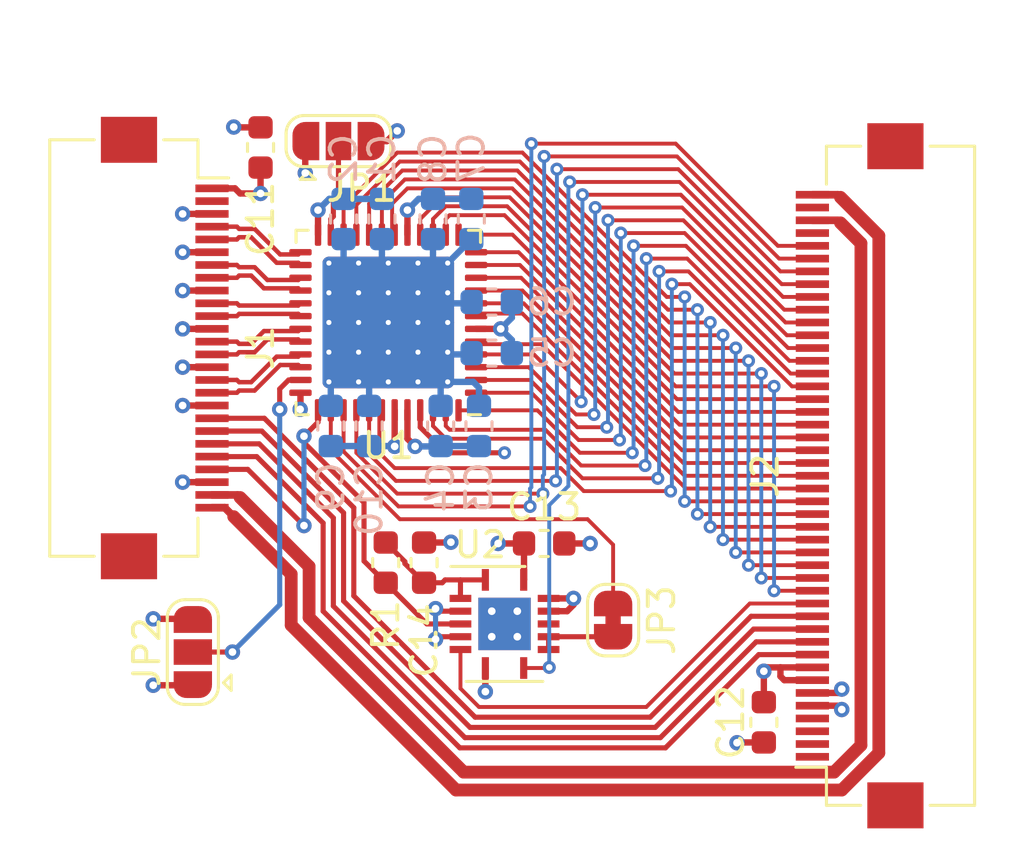
<source format=kicad_pcb>
(kicad_pcb (version 20171130) (host pcbnew "(5.1.6-0-10_14)")
  (layers (0 F.Cu signal) (1 GND power) (2 PWR power) (31 B.Cu signal) (34 B.Paste user) (35 F.Paste user) (36 B.SilkS user) (37 F.SilkS user) (38 B.Mask user) (39 F.Mask user) (44 Edge.Cuts user))
  (net 0 "")
  (net 1 GND)
  (net 2 +3V3)
  (net 3 SPI.MISO)
  (net 4 SPI.MOSI)
  (net 5 SPI.SCK)
  (net 6 SPI.CS)
  (net 7 /DISP_R7)
  (net 8 /DISP_R6)
  (net 9 /DISP_R5)
  (net 10 /DISP_R4)
  (net 11 /DISP_R3)
  (net 12 /DISP_R2)
  (net 13 /DISP_R1)
  (net 14 /DISP_R0)
  (net 15 /DISP_G7)
  (net 16 /DISP_G6)
  (net 17 /DISP_G5)
  (net 18 /DISP_G4)
  (net 19 /DISP_G3)
  (net 20 /DISP_G2)
  (net 21 /DISP_G1)
  (net 22 /DISP_G0)
  (net 23 /DISP_B7)
  (net 24 /DISP_B6)
  (net 25 /DISP_B5)
  (net 26 /DISP_B4)
  (net 27 /DISP_B3)
  (net 28 /DISP_B2)
  (net 29 /DISP_B1)
  (net 30 /DISP_B0)
  (net 31 /DISP_DE)
  (net 32 /DISP_PCLK)
  (net 33 /DISP_HSYNC)
  (net 34 /DISP_VSYNC)
  (net 35 LED_K)
  (net 36 LED_A)
  (net 37 "Net-(J1-Pad2)")
  (net 38 "Net-(J2-Pad1)")
  (net 39 "Net-(J2-Pad2)")
  (net 40 "Net-(J2-Pad3)")
  (net 41 "Net-(J2-Pad4)")
  (net 42 "Net-(J2-Pad42)")
  (net 43 "Net-(J2-Pad44)")
  (net 44 ENABLE)
  (net 45 /DISP_RST)
  (net 46 "Net-(JP1-Pad2)")
  (net 47 "Net-(JP2-Pad2)")
  (net 48 "Net-(U2-Pad3)")
  (net 49 "Net-(U2-Pad11)")
  (net 50 "Net-(C14-Pad1)")
  (net 51 /LVDS_A0N)
  (net 52 /LVDS_A0P)
  (net 53 /LVDS_A1N)
  (net 54 /LVDS_A1P)
  (net 55 /LVDS_A2N)
  (net 56 /LVDS_A2P)
  (net 57 /LVDS_CLKN)
  (net 58 /LVDS_CLKP)
  (net 59 /LVDS_A3N)
  (net 60 /LVDS_A3P)
  (net 61 /DISP_EN_IC)
  (net 62 "Net-(JP3-Pad2)")
  (module Connector_FFC-FPC:Hirose_FH12-45S-0.5SH_1x45-1MP_P0.50mm_Horizontal (layer F.Cu) (at 142.1 94.55 90)
    (fp_text reference J2 (at 0 -3.7 270) (layer F.SilkS))
    (fp_text value Output)
    (pad MP smd rect (at 12.9 1.4 90) (size 1.8 2.2) (layers F.Cu F.Paste F.Mask))
    (pad MP smd rect (at -12.9 1.4 90) (size 1.8 2.2) (layers F.Cu F.Paste F.Mask))
    (pad 1 smd rect (at -11 -1.85 90) (size 0.3 1.3) (layers F.Cu F.Paste F.Mask) (net 38 "Net-(J2-Pad1)"))
    (pad 2 smd rect (at -10.5 -1.85 90) (size 0.3 1.3) (layers F.Cu F.Paste F.Mask) (net 39 "Net-(J2-Pad2)"))
    (pad 3 smd rect (at -10 -1.85 90) (size 0.3 1.3) (layers F.Cu F.Paste F.Mask) (net 40 "Net-(J2-Pad3)"))
    (pad 4 smd rect (at -9.5 -1.85 90) (size 0.3 1.3) (layers F.Cu F.Paste F.Mask) (net 41 "Net-(J2-Pad4)"))
    (pad 5 smd rect (at -9 -1.85 90) (size 0.3 1.3) (layers F.Cu F.Paste F.Mask) (net 1 GND))
    (pad 6 smd rect (at -8.5 -1.85 90) (size 0.3 1.3) (layers F.Cu F.Paste F.Mask) (net 1 GND))
    (pad 7 smd rect (at -8 -1.85 90) (size 0.3 1.3) (layers F.Cu F.Paste F.Mask) (net 2 +3V3))
    (pad 8 smd rect (at -7.5 -1.85 90) (size 0.3 1.3) (layers F.Cu F.Paste F.Mask) (net 2 +3V3))
    (pad 9 smd rect (at -7 -1.85 90) (size 0.3 1.3) (layers F.Cu F.Paste F.Mask) (net 3 SPI.MISO))
    (pad 10 smd rect (at -6.5 -1.85 90) (size 0.3 1.3) (layers F.Cu F.Paste F.Mask) (net 4 SPI.MOSI))
    (pad 11 smd rect (at -6 -1.85 90) (size 0.3 1.3) (layers F.Cu F.Paste F.Mask) (net 5 SPI.SCK))
    (pad 12 smd rect (at -5.5 -1.85 90) (size 0.3 1.3) (layers F.Cu F.Paste F.Mask) (net 6 SPI.CS))
    (pad 13 smd rect (at -5 -1.85 90) (size 0.3 1.3) (layers F.Cu F.Paste F.Mask) (net 45 /DISP_RST))
    (pad 14 smd rect (at -4.5 -1.85 90) (size 0.3 1.3) (layers F.Cu F.Paste F.Mask) (net 7 /DISP_R7))
    (pad 15 smd rect (at -4 -1.85 90) (size 0.3 1.3) (layers F.Cu F.Paste F.Mask) (net 8 /DISP_R6))
    (pad 16 smd rect (at -3.5 -1.85 90) (size 0.3 1.3) (layers F.Cu F.Paste F.Mask) (net 9 /DISP_R5))
    (pad 17 smd rect (at -3 -1.85 90) (size 0.3 1.3) (layers F.Cu F.Paste F.Mask) (net 10 /DISP_R4))
    (pad 18 smd rect (at -2.5 -1.85 90) (size 0.3 1.3) (layers F.Cu F.Paste F.Mask) (net 11 /DISP_R3))
    (pad 19 smd rect (at -2 -1.85 90) (size 0.3 1.3) (layers F.Cu F.Paste F.Mask) (net 12 /DISP_R2))
    (pad 20 smd rect (at -1.5 -1.85 90) (size 0.3 1.3) (layers F.Cu F.Paste F.Mask) (net 13 /DISP_R1))
    (pad 21 smd rect (at -1 -1.85 90) (size 0.3 1.3) (layers F.Cu F.Paste F.Mask) (net 14 /DISP_R0))
    (pad 22 smd rect (at -0.5 -1.85 90) (size 0.3 1.3) (layers F.Cu F.Paste F.Mask) (net 15 /DISP_G7))
    (pad 23 smd rect (at 0 -1.85 90) (size 0.3 1.3) (layers F.Cu F.Paste F.Mask) (net 16 /DISP_G6))
    (pad 24 smd rect (at 0.5 -1.85 90) (size 0.3 1.3) (layers F.Cu F.Paste F.Mask) (net 17 /DISP_G5))
    (pad 25 smd rect (at 1 -1.85 90) (size 0.3 1.3) (layers F.Cu F.Paste F.Mask) (net 18 /DISP_G4))
    (pad 26 smd rect (at 1.5 -1.85 90) (size 0.3 1.3) (layers F.Cu F.Paste F.Mask) (net 19 /DISP_G3))
    (pad 27 smd rect (at 2 -1.85 90) (size 0.3 1.3) (layers F.Cu F.Paste F.Mask) (net 20 /DISP_G2))
    (pad 28 smd rect (at 2.5 -1.85 90) (size 0.3 1.3) (layers F.Cu F.Paste F.Mask) (net 21 /DISP_G1))
    (pad 29 smd rect (at 3 -1.85 90) (size 0.3 1.3) (layers F.Cu F.Paste F.Mask) (net 22 /DISP_G0))
    (pad 30 smd rect (at 3.5 -1.85 90) (size 0.3 1.3) (layers F.Cu F.Paste F.Mask) (net 23 /DISP_B7))
    (pad 31 smd rect (at 4 -1.85 90) (size 0.3 1.3) (layers F.Cu F.Paste F.Mask) (net 24 /DISP_B6))
    (pad 32 smd rect (at 4.5 -1.85 90) (size 0.3 1.3) (layers F.Cu F.Paste F.Mask) (net 25 /DISP_B5))
    (pad 33 smd rect (at 5 -1.85 90) (size 0.3 1.3) (layers F.Cu F.Paste F.Mask) (net 26 /DISP_B4))
    (pad 34 smd rect (at 5.5 -1.85 90) (size 0.3 1.3) (layers F.Cu F.Paste F.Mask) (net 27 /DISP_B3))
    (pad 35 smd rect (at 6 -1.85 90) (size 0.3 1.3) (layers F.Cu F.Paste F.Mask) (net 28 /DISP_B2))
    (pad 36 smd rect (at 6.5 -1.85 90) (size 0.3 1.3) (layers F.Cu F.Paste F.Mask) (net 29 /DISP_B1))
    (pad 37 smd rect (at 7 -1.85 90) (size 0.3 1.3) (layers F.Cu F.Paste F.Mask) (net 30 /DISP_B0))
    (pad 38 smd rect (at 7.5 -1.85 90) (size 0.3 1.3) (layers F.Cu F.Paste F.Mask) (net 31 /DISP_DE))
    (pad 39 smd rect (at 8 -1.85 90) (size 0.3 1.3) (layers F.Cu F.Paste F.Mask) (net 32 /DISP_PCLK))
    (pad 40 smd rect (at 8.5 -1.85 90) (size 0.3 1.3) (layers F.Cu F.Paste F.Mask) (net 33 /DISP_HSYNC))
    (pad 41 smd rect (at 9 -1.85 90) (size 0.3 1.3) (layers F.Cu F.Paste F.Mask) (net 34 /DISP_VSYNC))
    (pad 42 smd rect (at 9.5 -1.85 90) (size 0.3 1.3) (layers F.Cu F.Paste F.Mask) (net 42 "Net-(J2-Pad42)"))
    (pad 43 smd rect (at 10 -1.85 90) (size 0.3 1.3) (layers F.Cu F.Paste F.Mask) (net 35 LED_K))
    (pad 44 smd rect (at 10.5 -1.85 90) (size 0.3 1.3) (layers F.Cu F.Paste F.Mask) (net 43 "Net-(J2-Pad44)"))
    (pad 45 smd rect (at 11 -1.85 90) (size 0.3 1.3) (layers F.Cu F.Paste F.Mask) (net 36 LED_A))
  )
  (module Capacitor_SMD:C_0603_1608Metric (layer B.Cu) (at 123.4 84.5 270)
    (fp_text reference C1 (at -2.35 0 270) (layer B.SilkS) (effects (justify mirror)))
    (fp_text value 0.1uF)
    (pad 2 smd roundrect (at 0.7875 0 270) (size 0.875 0.95) (layers B.Cu B.Paste B.Mask) (net 1 GND))
    (pad 1 smd roundrect (at -0.7875 0 270) (size 0.875 0.95) (layers B.Cu B.Paste B.Mask) (net 2 +3V3))
  )
  (module Capacitor_SMD:C_0603_1608Metric (layer B.Cu) (at 121.9 84.5 270)
    (fp_text reference C2 (at -2.35 0 270) (layer B.SilkS) (effects (justify mirror)))
    (fp_text value 0.01uF)
    (pad 1 smd roundrect (at -0.7875 0 270) (size 0.875 0.95) (layers B.Cu B.Paste B.Mask) (net 2 +3V3))
    (pad 2 smd roundrect (at 0.7875 0 270) (size 0.875 0.95) (layers B.Cu B.Paste B.Mask) (net 1 GND))
  )
  (module Capacitor_SMD:C_0603_1608Metric (layer B.Cu) (at 127.2 92.6 90)
    (fp_text reference C3 (at -2.4 0 90) (layer B.SilkS) (effects (justify mirror)))
    (fp_text value 0.1uF)
    (pad 2 smd roundrect (at 0.7875 0 90) (size 0.875 0.95) (layers B.Cu B.Paste B.Mask) (net 1 GND))
    (pad 1 smd roundrect (at -0.7875 0 90) (size 0.875 0.95) (layers B.Cu B.Paste B.Mask) (net 2 +3V3))
  )
  (module Capacitor_SMD:C_0603_1608Metric (layer B.Cu) (at 125.7 92.6 90)
    (fp_text reference C4 (at -2.4 0 90) (layer B.SilkS) (effects (justify mirror)))
    (fp_text value 0.01uF)
    (pad 1 smd roundrect (at -0.7875 0 90) (size 0.875 0.95) (layers B.Cu B.Paste B.Mask) (net 2 +3V3))
    (pad 2 smd roundrect (at 0.7875 0 90) (size 0.875 0.95) (layers B.Cu B.Paste B.Mask) (net 1 GND))
  )
  (module Capacitor_SMD:C_0603_1608Metric (layer B.Cu) (at 127.7 89.75 180)
    (fp_text reference C5 (at -2.35 0) (layer B.SilkS) (effects (justify mirror)))
    (fp_text value 0.1uF)
    (pad 2 smd roundrect (at 0.7875 0 180) (size 0.875 0.95) (layers B.Cu B.Paste B.Mask) (net 1 GND))
    (pad 1 smd roundrect (at -0.7875 0 180) (size 0.875 0.95) (layers B.Cu B.Paste B.Mask) (net 2 +3V3))
  )
  (module Capacitor_SMD:C_0603_1608Metric (layer B.Cu) (at 127.7 87.75 180)
    (fp_text reference C6 (at -2.35 0) (layer B.SilkS) (effects (justify mirror)))
    (fp_text value 0.01uF)
    (pad 1 smd roundrect (at -0.7875 0 180) (size 0.875 0.95) (layers B.Cu B.Paste B.Mask) (net 2 +3V3))
    (pad 2 smd roundrect (at 0.7875 0 180) (size 0.875 0.95) (layers B.Cu B.Paste B.Mask) (net 1 GND))
  )
  (module Capacitor_SMD:C_0603_1608Metric (layer B.Cu) (at 126.9 84.5 270)
    (fp_text reference C7 (at -2.4 0 270) (layer B.SilkS) (effects (justify mirror)))
    (fp_text value 0.1uF)
    (pad 2 smd roundrect (at 0.7875 0 270) (size 0.875 0.95) (layers B.Cu B.Paste B.Mask) (net 1 GND))
    (pad 1 smd roundrect (at -0.7875 0 270) (size 0.875 0.95) (layers B.Cu B.Paste B.Mask) (net 2 +3V3))
  )
  (module Capacitor_SMD:C_0603_1608Metric (layer B.Cu) (at 125.4 84.5 270)
    (fp_text reference C8 (at -2.35 0 270) (layer B.SilkS) (effects (justify mirror)))
    (fp_text value 0.01uF)
    (pad 1 smd roundrect (at -0.7875 0 270) (size 0.875 0.95) (layers B.Cu B.Paste B.Mask) (net 2 +3V3))
    (pad 2 smd roundrect (at 0.7875 0 270) (size 0.875 0.95) (layers B.Cu B.Paste B.Mask) (net 1 GND))
  )
  (module Capacitor_SMD:C_0603_1608Metric (layer B.Cu) (at 121.4 92.6 90)
    (fp_text reference C9 (at -2.4 0 90) (layer B.SilkS) (effects (justify mirror)))
    (fp_text value 0.1uF)
    (pad 2 smd roundrect (at 0.7875 0 90) (size 0.875 0.95) (layers B.Cu B.Paste B.Mask) (net 1 GND))
    (pad 1 smd roundrect (at -0.7875 0 90) (size 0.875 0.95) (layers B.Cu B.Paste B.Mask) (net 2 +3V3))
  )
  (module Capacitor_SMD:C_0603_1608Metric (layer B.Cu) (at 122.9 92.6 90)
    (fp_text reference C10 (at -2.85 0 90) (layer B.SilkS) (effects (justify mirror)))
    (fp_text value 0.01uF)
    (pad 1 smd roundrect (at -0.7875 0 90) (size 0.875 0.95) (layers B.Cu B.Paste B.Mask) (net 2 +3V3))
    (pad 2 smd roundrect (at 0.7875 0 90) (size 0.875 0.95) (layers B.Cu B.Paste B.Mask) (net 1 GND))
  )
  (module Package_DFN_QFN:QFN-48-1EP_7x7mm_P0.5mm_EP5.15x5.15mm_ThermalVias (layer F.Cu) (at 123.65 88.55 180)
    (fp_text reference U1 (at 0 -4.82) (layer F.SilkS))
    (fp_text value SN65LVDS822)
    (pad 49 smd roundrect (at 0 0 180) (size 5.15 5.15) (layers F.Cu F.Mask) (roundrect_rratio 0.048544) (net 1 GND))
    (pad 49 thru_hole circle (at -2.325 -2.325 180) (size 0.5 0.5) (drill 0.2) (layers *.Cu) (net 1 GND))
    (pad 49 thru_hole circle (at -1.1625 -2.325 180) (size 0.5 0.5) (drill 0.2) (layers *.Cu) (net 1 GND))
    (pad 49 thru_hole circle (at 0 -2.325 180) (size 0.5 0.5) (drill 0.2) (layers *.Cu) (net 1 GND))
    (pad 49 thru_hole circle (at 1.1625 -2.325 180) (size 0.5 0.5) (drill 0.2) (layers *.Cu) (net 1 GND))
    (pad 49 thru_hole circle (at 2.325 -2.325 180) (size 0.5 0.5) (drill 0.2) (layers *.Cu) (net 1 GND))
    (pad 49 thru_hole circle (at -2.325 -1.1625 180) (size 0.5 0.5) (drill 0.2) (layers *.Cu) (net 1 GND))
    (pad 49 thru_hole circle (at -1.1625 -1.1625 180) (size 0.5 0.5) (drill 0.2) (layers *.Cu) (net 1 GND))
    (pad 49 thru_hole circle (at 0 -1.1625 180) (size 0.5 0.5) (drill 0.2) (layers *.Cu) (net 1 GND))
    (pad 49 thru_hole circle (at 1.1625 -1.1625 180) (size 0.5 0.5) (drill 0.2) (layers *.Cu) (net 1 GND))
    (pad 49 thru_hole circle (at 2.325 -1.1625 180) (size 0.5 0.5) (drill 0.2) (layers *.Cu) (net 1 GND))
    (pad 49 thru_hole circle (at -2.325 0 180) (size 0.5 0.5) (drill 0.2) (layers *.Cu) (net 1 GND))
    (pad 49 thru_hole circle (at -1.1625 0 180) (size 0.5 0.5) (drill 0.2) (layers *.Cu) (net 1 GND))
    (pad 49 thru_hole circle (at 0 0 180) (size 0.5 0.5) (drill 0.2) (layers *.Cu) (net 1 GND))
    (pad 49 thru_hole circle (at 1.1625 0 180) (size 0.5 0.5) (drill 0.2) (layers *.Cu) (net 1 GND))
    (pad 49 thru_hole circle (at 2.325 0 180) (size 0.5 0.5) (drill 0.2) (layers *.Cu) (net 1 GND))
    (pad 49 thru_hole circle (at -2.325 1.1625 180) (size 0.5 0.5) (drill 0.2) (layers *.Cu) (net 1 GND))
    (pad 49 thru_hole circle (at -1.1625 1.1625 180) (size 0.5 0.5) (drill 0.2) (layers *.Cu) (net 1 GND))
    (pad 49 thru_hole circle (at 0 1.1625 180) (size 0.5 0.5) (drill 0.2) (layers *.Cu) (net 1 GND))
    (pad 49 thru_hole circle (at 1.1625 1.1625 180) (size 0.5 0.5) (drill 0.2) (layers *.Cu) (net 1 GND))
    (pad 49 thru_hole circle (at 2.325 1.1625 180) (size 0.5 0.5) (drill 0.2) (layers *.Cu) (net 1 GND))
    (pad 49 thru_hole circle (at -2.325 2.325 180) (size 0.5 0.5) (drill 0.2) (layers *.Cu) (net 1 GND))
    (pad 49 thru_hole circle (at -1.1625 2.325 180) (size 0.5 0.5) (drill 0.2) (layers *.Cu) (net 1 GND))
    (pad 49 thru_hole circle (at 0 2.325 180) (size 0.5 0.5) (drill 0.2) (layers *.Cu) (net 1 GND))
    (pad 49 thru_hole circle (at 1.1625 2.325 180) (size 0.5 0.5) (drill 0.2) (layers *.Cu) (net 1 GND))
    (pad 49 thru_hole circle (at 2.325 2.325 180) (size 0.5 0.5) (drill 0.2) (layers *.Cu) (net 1 GND))
    (pad 49 smd roundrect (at 0 0 180) (size 5.15 5.15) (layers B.Cu) (roundrect_rratio 0.048544) (net 1 GND))
    (pad 1 smd roundrect (at -3.4375 -2.75 180) (size 0.875 0.25) (layers F.Cu F.Paste F.Mask) (net 27 /DISP_B3))
    (pad 2 smd roundrect (at -3.4375 -2.25 180) (size 0.875 0.25) (layers F.Cu F.Paste F.Mask) (net 28 /DISP_B2))
    (pad 3 smd roundrect (at -3.4375 -1.75 180) (size 0.875 0.25) (layers F.Cu F.Paste F.Mask) (net 29 /DISP_B1))
    (pad 4 smd roundrect (at -3.4375 -1.25 180) (size 0.875 0.25) (layers F.Cu F.Paste F.Mask) (net 30 /DISP_B0))
    (pad 5 smd roundrect (at -3.4375 -0.75 180) (size 0.875 0.25) (layers F.Cu F.Paste F.Mask) (net 15 /DISP_G7))
    (pad 6 smd roundrect (at -3.4375 -0.25 180) (size 0.875 0.25) (layers F.Cu F.Paste F.Mask) (net 2 +3V3))
    (pad 7 smd roundrect (at -3.4375 0.25 180) (size 0.875 0.25) (layers F.Cu F.Paste F.Mask) (net 16 /DISP_G6))
    (pad 8 smd roundrect (at -3.4375 0.75 180) (size 0.875 0.25) (layers F.Cu F.Paste F.Mask) (net 17 /DISP_G5))
    (pad 9 smd roundrect (at -3.4375 1.25 180) (size 0.875 0.25) (layers F.Cu F.Paste F.Mask) (net 18 /DISP_G4))
    (pad 10 smd roundrect (at -3.4375 1.75 180) (size 0.875 0.25) (layers F.Cu F.Paste F.Mask) (net 19 /DISP_G3))
    (pad 11 smd roundrect (at -3.4375 2.25 180) (size 0.875 0.25) (layers F.Cu F.Paste F.Mask) (net 20 /DISP_G2))
    (pad 12 smd roundrect (at -3.4375 2.75 180) (size 0.875 0.25) (layers F.Cu F.Paste F.Mask) (net 21 /DISP_G1))
    (pad 13 smd roundrect (at -2.75 3.4375 180) (size 0.25 0.875) (layers F.Cu F.Paste F.Mask) (net 22 /DISP_G0))
    (pad 14 smd roundrect (at -2.25 3.4375 180) (size 0.25 0.875) (layers F.Cu F.Paste F.Mask) (net 7 /DISP_R7))
    (pad 15 smd roundrect (at -1.75 3.4375 180) (size 0.25 0.875) (layers F.Cu F.Paste F.Mask) (net 8 /DISP_R6))
    (pad 16 smd roundrect (at -1.25 3.4375 180) (size 0.25 0.875) (layers F.Cu F.Paste F.Mask) (net 9 /DISP_R5))
    (pad 17 smd roundrect (at -0.75 3.4375 180) (size 0.25 0.875) (layers F.Cu F.Paste F.Mask) (net 2 +3V3))
    (pad 18 smd roundrect (at -0.25 3.4375 180) (size 0.25 0.875) (layers F.Cu F.Paste F.Mask) (net 10 /DISP_R4))
    (pad 19 smd roundrect (at 0.25 3.4375 180) (size 0.25 0.875) (layers F.Cu F.Paste F.Mask) (net 11 /DISP_R3))
    (pad 20 smd roundrect (at 0.75 3.4375 180) (size 0.25 0.875) (layers F.Cu F.Paste F.Mask) (net 12 /DISP_R2))
    (pad 21 smd roundrect (at 1.25 3.4375 180) (size 0.25 0.875) (layers F.Cu F.Paste F.Mask) (net 13 /DISP_R1))
    (pad 22 smd roundrect (at 1.75 3.4375 180) (size 0.25 0.875) (layers F.Cu F.Paste F.Mask) (net 14 /DISP_R0))
    (pad 23 smd roundrect (at 2.25 3.4375 180) (size 0.25 0.875) (layers F.Cu F.Paste F.Mask) (net 46 "Net-(JP1-Pad2)"))
    (pad 24 smd roundrect (at 2.75 3.4375 180) (size 0.25 0.875) (layers F.Cu F.Paste F.Mask) (net 2 +3V3))
    (pad 25 smd roundrect (at 3.4375 2.75 180) (size 0.875 0.25) (layers F.Cu F.Paste F.Mask) (net 51 /LVDS_A0N))
    (pad 26 smd roundrect (at 3.4375 2.25 180) (size 0.875 0.25) (layers F.Cu F.Paste F.Mask) (net 52 /LVDS_A0P))
    (pad 27 smd roundrect (at 3.4375 1.75 180) (size 0.875 0.25) (layers F.Cu F.Paste F.Mask) (net 53 /LVDS_A1N))
    (pad 28 smd roundrect (at 3.4375 1.25 180) (size 0.875 0.25) (layers F.Cu F.Paste F.Mask) (net 54 /LVDS_A1P))
    (pad 29 smd roundrect (at 3.4375 0.75 180) (size 0.875 0.25) (layers F.Cu F.Paste F.Mask) (net 55 /LVDS_A2N))
    (pad 30 smd roundrect (at 3.4375 0.25 180) (size 0.875 0.25) (layers F.Cu F.Paste F.Mask) (net 56 /LVDS_A2P))
    (pad 31 smd roundrect (at 3.4375 -0.25 180) (size 0.875 0.25) (layers F.Cu F.Paste F.Mask) (net 57 /LVDS_CLKN))
    (pad 32 smd roundrect (at 3.4375 -0.75 180) (size 0.875 0.25) (layers F.Cu F.Paste F.Mask) (net 58 /LVDS_CLKP))
    (pad 33 smd roundrect (at 3.4375 -1.25 180) (size 0.875 0.25) (layers F.Cu F.Paste F.Mask) (net 59 /LVDS_A3N))
    (pad 34 smd roundrect (at 3.4375 -1.75 180) (size 0.875 0.25) (layers F.Cu F.Paste F.Mask) (net 60 /LVDS_A3P))
    (pad 35 smd roundrect (at 3.4375 -2.25 180) (size 0.875 0.25) (layers F.Cu F.Paste F.Mask) (net 47 "Net-(JP2-Pad2)"))
    (pad 36 smd roundrect (at 3.4375 -2.75 180) (size 0.875 0.25) (layers F.Cu F.Paste F.Mask) (net 1 GND))
    (pad 37 smd roundrect (at 2.75 -3.4375 180) (size 0.25 0.875) (layers F.Cu F.Paste F.Mask) (net 44 ENABLE))
    (pad 38 smd roundrect (at 2.25 -3.4375 180) (size 0.25 0.875) (layers F.Cu F.Paste F.Mask) (net 61 /DISP_EN_IC))
    (pad 39 smd roundrect (at 1.75 -3.4375 180) (size 0.25 0.875) (layers F.Cu F.Paste F.Mask) (net 34 /DISP_VSYNC))
    (pad 40 smd roundrect (at 1.25 -3.4375 180) (size 0.25 0.875) (layers F.Cu F.Paste F.Mask) (net 33 /DISP_HSYNC))
    (pad 41 smd roundrect (at 0.75 -3.4375 180) (size 0.25 0.875) (layers F.Cu F.Paste F.Mask) (net 32 /DISP_PCLK))
    (pad 42 smd roundrect (at 0.25 -3.4375 180) (size 0.25 0.875) (layers F.Cu F.Paste F.Mask) (net 23 /DISP_B7))
    (pad 43 smd roundrect (at -0.25 -3.4375 180) (size 0.25 0.875) (layers F.Cu F.Paste F.Mask) (net 2 +3V3))
    (pad 44 smd roundrect (at -0.75 -3.4375 180) (size 0.25 0.875) (layers F.Cu F.Paste F.Mask) (net 2 +3V3))
    (pad 45 smd roundrect (at -1.25 -3.4375 180) (size 0.25 0.875) (layers F.Cu F.Paste F.Mask) (net 1 GND))
    (pad 46 smd roundrect (at -1.75 -3.4375 180) (size 0.25 0.875) (layers F.Cu F.Paste F.Mask) (net 24 /DISP_B6))
    (pad 47 smd roundrect (at -2.25 -3.4375 180) (size 0.25 0.875) (layers F.Cu F.Paste F.Mask) (net 25 /DISP_B5))
    (pad 48 smd roundrect (at -2.75 -3.4375 180) (size 0.25 0.875) (layers F.Cu F.Paste F.Mask) (net 26 /DISP_B4))
  )
  (module Capacitor_SMD:C_0603_1608Metric (layer F.Cu) (at 138.35 104.2 270)
    (fp_text reference C12 (at 0 1.3 270) (layer F.SilkS))
    (fp_text value 0.1uF)
    (pad 2 smd roundrect (at 0.7875 0 270) (size 0.875 0.95) (layers F.Cu F.Paste F.Mask) (net 1 GND))
    (pad 1 smd roundrect (at -0.7875 0 270) (size 0.875 0.95) (layers F.Cu F.Paste F.Mask) (net 2 +3V3))
  )
  (module Connector_FFC-FPC:Hirose_FH12-26S-0.5SH_1x26-1MP_P0.50mm_Horizontal (layer F.Cu) (at 114.9 89.55 270)
    (fp_text reference J1 (at 0 -3.75 90) (layer F.SilkS))
    (fp_text value Input)
    (pad MP smd rect (at 8.15 1.4 270) (size 1.8 2.2) (layers F.Cu F.Paste F.Mask))
    (pad MP smd rect (at -8.15 1.4 270) (size 1.8 2.2) (layers F.Cu F.Paste F.Mask))
    (pad 1 smd rect (at -6.25 -1.85 270) (size 0.3 1.3) (layers F.Cu F.Paste F.Mask) (net 2 +3V3))
    (pad 2 smd rect (at -5.75 -1.85 270) (size 0.3 1.3) (layers F.Cu F.Paste F.Mask) (net 37 "Net-(J1-Pad2)"))
    (pad 3 smd rect (at -5.25 -1.85 270) (size 0.3 1.3) (layers F.Cu F.Paste F.Mask) (net 1 GND))
    (pad 4 smd rect (at -4.75 -1.85 270) (size 0.3 1.3) (layers F.Cu F.Paste F.Mask) (net 51 /LVDS_A0N))
    (pad 5 smd rect (at -4.25 -1.85 270) (size 0.3 1.3) (layers F.Cu F.Paste F.Mask) (net 52 /LVDS_A0P))
    (pad 6 smd rect (at -3.75 -1.85 270) (size 0.3 1.3) (layers F.Cu F.Paste F.Mask) (net 1 GND))
    (pad 7 smd rect (at -3.25 -1.85 270) (size 0.3 1.3) (layers F.Cu F.Paste F.Mask) (net 53 /LVDS_A1N))
    (pad 8 smd rect (at -2.75 -1.85 270) (size 0.3 1.3) (layers F.Cu F.Paste F.Mask) (net 54 /LVDS_A1P))
    (pad 9 smd rect (at -2.25 -1.85 270) (size 0.3 1.3) (layers F.Cu F.Paste F.Mask) (net 1 GND))
    (pad 10 smd rect (at -1.75 -1.85 270) (size 0.3 1.3) (layers F.Cu F.Paste F.Mask) (net 55 /LVDS_A2N))
    (pad 11 smd rect (at -1.25 -1.85 270) (size 0.3 1.3) (layers F.Cu F.Paste F.Mask) (net 56 /LVDS_A2P))
    (pad 12 smd rect (at -0.75 -1.85 270) (size 0.3 1.3) (layers F.Cu F.Paste F.Mask) (net 1 GND))
    (pad 13 smd rect (at -0.25 -1.85 270) (size 0.3 1.3) (layers F.Cu F.Paste F.Mask) (net 57 /LVDS_CLKN))
    (pad 14 smd rect (at 0.25 -1.85 270) (size 0.3 1.3) (layers F.Cu F.Paste F.Mask) (net 58 /LVDS_CLKP))
    (pad 15 smd rect (at 0.75 -1.85 270) (size 0.3 1.3) (layers F.Cu F.Paste F.Mask) (net 1 GND))
    (pad 16 smd rect (at 1.25 -1.85 270) (size 0.3 1.3) (layers F.Cu F.Paste F.Mask) (net 59 /LVDS_A3N))
    (pad 17 smd rect (at 1.75 -1.85 270) (size 0.3 1.3) (layers F.Cu F.Paste F.Mask) (net 60 /LVDS_A3P))
    (pad 18 smd rect (at 2.25 -1.85 270) (size 0.3 1.3) (layers F.Cu F.Paste F.Mask) (net 1 GND))
    (pad 19 smd rect (at 2.75 -1.85 270) (size 0.3 1.3) (layers F.Cu F.Paste F.Mask) (net 6 SPI.CS))
    (pad 20 smd rect (at 3.25 -1.85 270) (size 0.3 1.3) (layers F.Cu F.Paste F.Mask) (net 5 SPI.SCK))
    (pad 21 smd rect (at 3.75 -1.85 270) (size 0.3 1.3) (layers F.Cu F.Paste F.Mask) (net 4 SPI.MOSI))
    (pad 22 smd rect (at 4.25 -1.85 270) (size 0.3 1.3) (layers F.Cu F.Paste F.Mask) (net 3 SPI.MISO))
    (pad 23 smd rect (at 4.75 -1.85 270) (size 0.3 1.3) (layers F.Cu F.Paste F.Mask) (net 44 ENABLE))
    (pad 24 smd rect (at 5.25 -1.85 270) (size 0.3 1.3) (layers F.Cu F.Paste F.Mask) (net 1 GND))
    (pad 25 smd rect (at 5.75 -1.85 270) (size 0.3 1.3) (layers F.Cu F.Paste F.Mask) (net 35 LED_K))
    (pad 26 smd rect (at 6.25 -1.85 270) (size 0.3 1.3) (layers F.Cu F.Paste F.Mask) (net 36 LED_A))
  )
  (module Capacitor_SMD:C_0603_1608Metric (layer F.Cu) (at 129.75 97.2)
    (fp_text reference C13 (at 0 -1.43) (layer F.SilkS))
    (fp_text value 0.1uF)
    (pad 1 smd roundrect (at -0.7875 0) (size 0.875 0.95) (layers F.Cu F.Paste F.Mask) (net 2 +3V3))
    (pad 2 smd roundrect (at 0.7875 0) (size 0.875 0.95) (layers F.Cu F.Paste F.Mask) (net 1 GND))
  )
  (module Capacitor_SMD:C_0603_1608Metric (layer F.Cu) (at 125.05 97.95 90)
    (fp_text reference C14 (at -3.05 0 90) (layer F.SilkS))
    (fp_text value 0.1uF)
    (pad 2 smd roundrect (at 0.7875 0 90) (size 0.875 0.95) (layers F.Cu F.Paste F.Mask) (net 1 GND))
    (pad 1 smd roundrect (at -0.7875 0 90) (size 0.875 0.95) (layers F.Cu F.Paste F.Mask) (net 50 "Net-(C14-Pad1)"))
  )
  (module Capacitor_SMD:C_0603_1608Metric (layer F.Cu) (at 118.65 81.7 90)
    (fp_text reference C11 (at -2.8 0 90) (layer F.SilkS))
    (fp_text value 10uF)
    (pad 1 smd roundrect (at -0.7875 0 90) (size 0.875 0.95) (layers F.Cu F.Paste F.Mask) (net 2 +3V3))
    (pad 2 smd roundrect (at 0.7875 0 90) (size 0.875 0.95) (layers F.Cu F.Paste F.Mask) (net 1 GND))
  )
  (module Resistor_SMD:R_0603_1608Metric (layer F.Cu) (at 123.55 97.95 270)
    (fp_text reference R1 (at 2.45 0 90) (layer F.SilkS))
    (fp_text value 10K)
    (pad 1 smd roundrect (at -0.7875 0 270) (size 0.875 0.95) (layers F.Cu F.Paste F.Mask) (net 50 "Net-(C14-Pad1)"))
    (pad 2 smd roundrect (at 0.7875 0 270) (size 0.875 0.95) (layers F.Cu F.Paste F.Mask) (net 44 ENABLE))
  )
  (module Package_DFN_QFN:Texas_S-PVQFN-N14_ThermalVias (layer F.Cu) (at 128.2 100.35)
    (fp_text reference U2 (at -0.95 -3.1) (layer F.SilkS))
    (fp_text value SN74LVC00ARGY)
    (pad 1 smd rect (at -0.75 -1.725 270) (size 0.85 0.28) (layers F.Cu F.Paste F.Mask) (net 50 "Net-(C14-Pad1)"))
    (pad 2 smd rect (at -1.725 -1 270) (size 0.28 0.85) (layers F.Cu F.Paste F.Mask) (net 50 "Net-(C14-Pad1)"))
    (pad 3 smd rect (at -1.725 -0.5 270) (size 0.28 0.85) (layers F.Cu F.Paste F.Mask) (net 48 "Net-(U2-Pad3)"))
    (pad 4 smd rect (at -1.725 0 270) (size 0.28 0.85) (layers F.Cu F.Paste F.Mask) (net 44 ENABLE))
    (pad 5 smd rect (at -1.725 0.5 270) (size 0.28 0.85) (layers F.Cu F.Paste F.Mask) (net 48 "Net-(U2-Pad3)"))
    (pad 6 smd rect (at -1.725 1 270) (size 0.28 0.85) (layers F.Cu F.Paste F.Mask) (net 45 /DISP_RST))
    (pad 7 smd rect (at -0.75 1.725 270) (size 0.85 0.28) (layers F.Cu F.Paste F.Mask) (net 1 GND))
    (pad 8 smd rect (at 0.75 1.725 270) (size 0.85 0.28) (layers F.Cu F.Paste F.Mask) (net 31 /DISP_DE))
    (pad 9 smd rect (at 1.725 1 270) (size 0.28 0.85) (layers F.Cu F.Paste F.Mask) (net 62 "Net-(JP3-Pad2)"))
    (pad 10 smd rect (at 1.725 0.5 270) (size 0.28 0.85) (layers F.Cu F.Paste F.Mask) (net 62 "Net-(JP3-Pad2)"))
    (pad 11 smd rect (at 1.725 0 270) (size 0.28 0.85) (layers F.Cu F.Paste F.Mask) (net 49 "Net-(U2-Pad11)"))
    (pad 12 smd rect (at 1.725 -0.5 270) (size 0.28 0.85) (layers F.Cu F.Paste F.Mask) (net 1 GND))
    (pad 13 smd rect (at 1.725 -1 270) (size 0.28 0.85) (layers F.Cu F.Paste F.Mask) (net 1 GND))
    (pad 14 smd rect (at 0.75 -1.725 270) (size 0.85 0.28) (layers F.Cu F.Paste F.Mask) (net 2 +3V3))
    (pad 15 smd rect (at 0 0 270) (size 2.05 2.05) (layers F.Cu F.Mask) (net 1 GND))
    (pad 15 thru_hole circle (at 0.5 -0.5 270) (size 0.6 0.6) (drill 0.3) (layers *.Cu) (net 1 GND))
    (pad 15 thru_hole circle (at 0.5 0.5 270) (size 0.6 0.6) (drill 0.3) (layers *.Cu) (net 1 GND))
    (pad 15 thru_hole circle (at -0.5 0.5 270) (size 0.6 0.6) (drill 0.3) (layers *.Cu) (net 1 GND))
    (pad 15 thru_hole circle (at -0.5 -0.5 270) (size 0.6 0.6) (drill 0.3) (layers *.Cu) (net 1 GND))
    (pad 15 smd rect (at 0 0 270) (size 2.05 2.05) (layers B.Cu) (net 1 GND))
  )
  (module Jumper:SolderJumper-3_P1.3mm_Open_RoundedPad1.0x1.5mm (layer F.Cu) (at 121.7 81.45)
    (fp_text reference JP1 (at 0.9 1.85) (layer F.SilkS))
    (fp_text value CLK_POL)
    (pad 2 smd rect (at 0 0) (size 1 1.5) (layers F.Cu F.Mask) (net 46 "Net-(JP1-Pad2)"))
    (pad 3 smd custom (at 1.3 0) (size 1 0.5) (layers F.Cu F.Mask) (net 1 GND) (options (clearance outline) (anchor rect)) (primitives (gr_circle (center 0 0.25) (end 0.5 0.25) (width 0)) (gr_circle (center 0 -0.25) (end 0.5 -0.25) (width 0)) (gr_poly (pts (xy -0.55 -0.75) (xy 0 -0.75) (xy 0 0.75) (xy -0.55 0.75)) (width 0))))
    (pad 1 smd custom (at -1.3 0) (size 1 0.5) (layers F.Cu F.Mask) (net 2 +3V3) (options (clearance outline) (anchor rect)) (primitives (gr_circle (center 0 0.25) (end 0.5 0.25) (width 0)) (gr_circle (center 0 -0.25) (end 0.5 -0.25) (width 0)) (gr_poly (pts (xy 0.55 -0.75) (xy 0 -0.75) (xy 0 0.75) (xy 0.55 0.75)) (width 0))))
  )
  (module Jumper:SolderJumper-3_P1.3mm_Open_RoundedPad1.0x1.5mm (layer F.Cu) (at 116 101.45 90)
    (fp_text reference JP2 (at 0 -1.8 90) (layer F.SilkS))
    (fp_text value SLEW)
    (pad 1 smd custom (at -1.3 0 90) (size 1 0.5) (layers F.Cu F.Mask) (net 2 +3V3) (options (clearance outline) (anchor rect)) (primitives (gr_circle (center 0 0.25) (end 0.5 0.25) (width 0)) (gr_circle (center 0 -0.25) (end 0.5 -0.25) (width 0)) (gr_poly (pts (xy 0.55 -0.75) (xy 0 -0.75) (xy 0 0.75) (xy 0.55 0.75)) (width 0))))
    (pad 3 smd custom (at 1.3 0 90) (size 1 0.5) (layers F.Cu F.Mask) (net 1 GND) (options (clearance outline) (anchor rect)) (primitives (gr_circle (center 0 0.25) (end 0.5 0.25) (width 0)) (gr_circle (center 0 -0.25) (end 0.5 -0.25) (width 0)) (gr_poly (pts (xy -0.55 -0.75) (xy 0 -0.75) (xy 0 0.75) (xy -0.55 0.75)) (width 0))))
    (pad 2 smd rect (at 0 0 90) (size 1 1.5) (layers F.Cu F.Mask) (net 47 "Net-(JP2-Pad2)"))
  )
  (module Jumper:SolderJumper-2_P1.3mm_Bridged_RoundedPad1.0x1.5mm (layer F.Cu) (at 132.45 100.2 270)
    (fp_text reference JP3 (at 0 -1.9 90) (layer F.SilkS))
    (fp_text value "DE INVERT")
    (fp_poly (pts (xy 0.25 -0.3) (xy -0.25 -0.3) (xy -0.25 0.3) (xy 0.25 0.3)) (layer F.Cu) (width 0))
    (pad 2 smd custom (at 0.65 0 270) (size 1 0.5) (layers F.Cu F.Mask) (net 62 "Net-(JP3-Pad2)") (options (clearance outline) (anchor rect)) (primitives (gr_circle (center 0 0.25) (end 0.5 0.25) (width 0)) (gr_circle (center 0 -0.25) (end 0.5 -0.25) (width 0)) (gr_poly (pts (xy 0 -0.75) (xy -0.5 -0.75) (xy -0.5 0.75) (xy 0 0.75)) (width 0))))
    (pad 1 smd custom (at -0.65 0 270) (size 1 0.5) (layers F.Cu F.Mask) (net 61 /DISP_EN_IC) (options (clearance outline) (anchor rect)) (primitives (gr_circle (center 0 0.25) (end 0.5 0.25) (width 0)) (gr_circle (center 0 -0.25) (end 0.5 -0.25) (width 0)) (gr_poly (pts (xy 0 -0.75) (xy 0.5 -0.75) (xy 0.5 0.75) (xy 0 0.75)) (width 0))))
  )
  (segment (start 124.4 87.8) (end 123.65 88.55) (width 0.25) (layer B.Cu) (net 1))
  (segment (start 126.9125 87.8) (end 124.4 87.8) (width 0.25) (layer B.Cu) (net 1))
  (segment (start 121.9 86.8) (end 123.65 88.55) (width 0.25) (layer B.Cu) (net 1))
  (segment (start 121.9 85.2875) (end 121.9 86.8) (width 0.25) (layer B.Cu) (net 1))
  (segment (start 123.4 88.3) (end 123.65 88.55) (width 0.25) (layer B.Cu) (net 1))
  (segment (start 123.4 85.2875) (end 123.4 88.3) (width 0.25) (layer B.Cu) (net 1))
  (segment (start 125.4 86.8) (end 123.65 88.55) (width 0.25) (layer B.Cu) (net 1))
  (segment (start 125.4 85.2875) (end 125.4 86.8) (width 0.25) (layer B.Cu) (net 1))
  (segment (start 126.9 85.3) (end 123.65 88.55) (width 0.25) (layer B.Cu) (net 1))
  (segment (start 126.9 85.2875) (end 126.9 85.3) (width 0.25) (layer B.Cu) (net 1))
  (segment (start 124.9 89.8) (end 123.65 88.55) (width 0.25) (layer B.Cu) (net 1))
  (segment (start 126.9125 89.8) (end 124.9 89.8) (width 0.25) (layer B.Cu) (net 1))
  (via (at 127.45 103) (size 0.6) (drill 0.3) (layers F.Cu B.Cu) (net 1))
  (segment (start 127.45 102.075) (end 127.45 103) (width 0.25) (layer F.Cu) (net 1))
  (via (at 115.6 84.3) (size 0.6) (drill 0.3) (layers F.Cu B.Cu) (net 1))
  (segment (start 116.75 84.3) (end 115.6 84.3) (width 0.25) (layer F.Cu) (net 1))
  (via (at 115.6 85.8) (size 0.6) (drill 0.3) (layers F.Cu B.Cu) (net 1))
  (segment (start 116.75 85.8) (end 115.6 85.8) (width 0.25) (layer F.Cu) (net 1))
  (via (at 115.6 87.3) (size 0.6) (drill 0.3) (layers F.Cu B.Cu) (net 1))
  (segment (start 116.75 87.3) (end 115.6 87.3) (width 0.25) (layer F.Cu) (net 1))
  (via (at 115.6 88.8) (size 0.6) (drill 0.3) (layers F.Cu B.Cu) (net 1))
  (segment (start 116.75 88.8) (end 115.6 88.8) (width 0.25) (layer F.Cu) (net 1))
  (via (at 115.6 90.3) (size 0.6) (drill 0.3) (layers F.Cu B.Cu) (net 1))
  (segment (start 116.75 90.3) (end 115.6 90.3) (width 0.25) (layer F.Cu) (net 1))
  (via (at 115.6 91.8) (size 0.6) (drill 0.3) (layers F.Cu B.Cu) (net 1))
  (segment (start 116.75 91.8) (end 115.6 91.8) (width 0.25) (layer F.Cu) (net 1))
  (via (at 115.6 94.8) (size 0.6) (drill 0.3) (layers F.Cu B.Cu) (net 1))
  (segment (start 116.75 94.8) (end 115.6 94.8) (width 0.25) (layer F.Cu) (net 1))
  (via (at 131.55 97.2) (size 0.6) (drill 0.3) (layers F.Cu B.Cu) (net 1))
  (segment (start 130.5375 97.2) (end 131.55 97.2) (width 0.25) (layer F.Cu) (net 1))
  (via (at 126.1 97.15) (size 0.6) (drill 0.3) (layers F.Cu B.Cu) (net 1))
  (segment (start 126.0875 97.1625) (end 126.1 97.15) (width 0.25) (layer F.Cu) (net 1))
  (segment (start 125.05 97.1625) (end 126.0875 97.1625) (width 0.25) (layer F.Cu) (net 1))
  (via (at 114.45 100.15) (size 0.6) (drill 0.3) (layers F.Cu B.Cu) (net 1))
  (segment (start 116 100.15) (end 114.45 100.15) (width 0.25) (layer F.Cu) (net 1))
  (via (at 120.2 91.95) (size 0.6) (drill 0.3) (layers F.Cu B.Cu) (net 1))
  (segment (start 120.2125 91.9375) (end 120.2 91.95) (width 0.25) (layer F.Cu) (net 1))
  (segment (start 120.2125 91.3) (end 120.2125 91.9375) (width 0.25) (layer F.Cu) (net 1))
  (segment (start 117.6125 80.9125) (end 117.6 80.9) (width 0.25) (layer F.Cu) (net 1))
  (via (at 117.6 80.9) (size 0.6) (drill 0.3) (layers F.Cu B.Cu) (net 1))
  (segment (start 118.65 80.9125) (end 117.6125 80.9125) (width 0.25) (layer F.Cu) (net 1))
  (via (at 124 81.05) (size 0.6) (drill 0.3) (layers F.Cu B.Cu) (net 1))
  (segment (start 123.6 81.45) (end 124 81.05) (width 0.25) (layer F.Cu) (net 1))
  (segment (start 123 81.45) (end 123.6 81.45) (width 0.25) (layer F.Cu) (net 1))
  (via (at 130.9 99.35) (size 0.6) (drill 0.3) (layers F.Cu B.Cu) (net 1))
  (segment (start 129.925 99.35) (end 130.9 99.35) (width 0.25) (layer F.Cu) (net 1))
  (segment (start 129.925 99.85) (end 130.65 99.85) (width 0.25) (layer F.Cu) (net 1))
  (segment (start 130.9 99.6) (end 130.9 99.35) (width 0.25) (layer F.Cu) (net 1))
  (segment (start 130.65 99.85) (end 130.9 99.6) (width 0.25) (layer F.Cu) (net 1))
  (via (at 137.3 105) (size 0.6) (drill 0.3) (layers F.Cu B.Cu) (net 1))
  (segment (start 137.3125 104.9875) (end 137.3 105) (width 0.25) (layer F.Cu) (net 1))
  (segment (start 138.35 104.9875) (end 137.3125 104.9875) (width 0.25) (layer F.Cu) (net 1))
  (via (at 141.4 102.9) (size 0.6) (drill 0.3) (layers F.Cu B.Cu) (net 1))
  (segment (start 141.25 103.05) (end 141.4 102.9) (width 0.25) (layer F.Cu) (net 1))
  (segment (start 140.25 103.05) (end 141.25 103.05) (width 0.25) (layer F.Cu) (net 1))
  (segment (start 141.25 103.55) (end 141.4 103.7) (width 0.25) (layer F.Cu) (net 1))
  (via (at 141.4 103.7) (size 0.6) (drill 0.3) (layers F.Cu B.Cu) (net 1))
  (segment (start 140.25 103.55) (end 141.25 103.55) (width 0.25) (layer F.Cu) (net 1))
  (segment (start 124.9 91.9875) (end 124.9 92.65) (width 0.2) (layer F.Cu) (net 1))
  (via (at 128.2 93.65) (size 0.508) (drill 0.254) (layers F.Cu B.Cu) (net 1))
  (segment (start 125.9 93.65) (end 128.2 93.65) (width 0.2) (layer F.Cu) (net 1))
  (segment (start 124.9 92.65) (end 125.9 93.65) (width 0.2) (layer F.Cu) (net 1))
  (segment (start 121.4 90.8) (end 123.65 88.55) (width 0.25) (layer B.Cu) (net 1))
  (segment (start 121.4 91.8125) (end 121.4 90.8) (width 0.25) (layer B.Cu) (net 1))
  (segment (start 122.9 89.3) (end 123.65 88.55) (width 0.25) (layer B.Cu) (net 1))
  (segment (start 122.9 91.8125) (end 122.9 89.3) (width 0.25) (layer B.Cu) (net 1))
  (segment (start 125.7 90.6) (end 123.65 88.55) (width 0.25) (layer B.Cu) (net 1))
  (segment (start 125.7 91.8125) (end 125.7 90.6) (width 0.25) (layer B.Cu) (net 1))
  (segment (start 127.2 91.8125) (end 127.1625 91.8125) (width 0.25) (layer B.Cu) (net 1))
  (segment (start 125.975 90.875) (end 126.975 90.875) (width 0.25) (layer B.Cu) (net 1))
  (segment (start 127.2 91.1) (end 127.2 91.8125) (width 0.25) (layer B.Cu) (net 1))
  (segment (start 126.975 90.875) (end 127.2 91.1) (width 0.25) (layer B.Cu) (net 1))
  (via (at 120.4 82.7) (size 0.6) (drill 0.3) (layers F.Cu B.Cu) (net 2))
  (segment (start 120.4 81.45) (end 120.4 82.7) (width 0.25) (layer F.Cu) (net 2))
  (via (at 128.05 88.8) (size 0.6) (drill 0.3) (layers F.Cu B.Cu) (net 2))
  (segment (start 127.0875 88.8) (end 128.05 88.8) (width 0.25) (layer F.Cu) (net 2))
  (via (at 120.9 84.15) (size 0.6) (drill 0.3) (layers F.Cu B.Cu) (net 2))
  (segment (start 120.9 85.1125) (end 120.9 84.15) (width 0.25) (layer F.Cu) (net 2))
  (via (at 124.4 84.15) (size 0.6) (drill 0.3) (layers F.Cu B.Cu) (net 2))
  (segment (start 124.4 85.1125) (end 124.4 84.15) (width 0.25) (layer F.Cu) (net 2))
  (segment (start 128.4875 89.2375) (end 128.05 88.8) (width 0.25) (layer B.Cu) (net 2))
  (segment (start 128.4875 89.8) (end 128.4875 89.2375) (width 0.25) (layer B.Cu) (net 2))
  (segment (start 128.4875 88.3625) (end 128.05 88.8) (width 0.25) (layer B.Cu) (net 2))
  (segment (start 128.4875 87.8) (end 128.4875 88.3625) (width 0.25) (layer B.Cu) (net 2))
  (segment (start 124.8375 83.7125) (end 125.4 83.7125) (width 0.25) (layer B.Cu) (net 2))
  (segment (start 124.4 84.15) (end 124.8375 83.7125) (width 0.25) (layer B.Cu) (net 2))
  (segment (start 125.4 83.7125) (end 126.9 83.7125) (width 0.25) (layer B.Cu) (net 2))
  (segment (start 121.3375 83.7125) (end 121.9 83.7125) (width 0.25) (layer B.Cu) (net 2))
  (segment (start 120.9 84.15) (end 121.3375 83.7125) (width 0.25) (layer B.Cu) (net 2))
  (segment (start 121.9 83.7125) (end 123.4 83.7125) (width 0.25) (layer B.Cu) (net 2))
  (segment (start 128.9625 98.6125) (end 128.95 98.625) (width 0.25) (layer F.Cu) (net 2))
  (segment (start 128.9625 97.2) (end 128.9625 98.6125) (width 0.25) (layer F.Cu) (net 2))
  (via (at 127.95 97.2) (size 0.6) (drill 0.3) (layers F.Cu B.Cu) (net 2))
  (segment (start 128.9625 97.2) (end 127.95 97.2) (width 0.25) (layer F.Cu) (net 2))
  (via (at 114.45 102.75) (size 0.6) (drill 0.3) (layers F.Cu B.Cu) (net 2))
  (segment (start 116 102.75) (end 114.45 102.75) (width 0.25) (layer F.Cu) (net 2))
  (via (at 118.65 83.5) (size 0.6) (drill 0.3) (layers F.Cu B.Cu) (net 2))
  (segment (start 118.65 82.4875) (end 118.65 83.5) (width 0.25) (layer F.Cu) (net 2))
  (segment (start 116.75 83.3) (end 117.65 83.3) (width 0.25) (layer F.Cu) (net 2))
  (segment (start 117.85 83.5) (end 118.65 83.5) (width 0.25) (layer F.Cu) (net 2))
  (segment (start 117.65 83.3) (end 117.85 83.5) (width 0.25) (layer F.Cu) (net 2))
  (via (at 138.35 102.2) (size 0.6) (drill 0.3) (layers F.Cu B.Cu) (net 2))
  (segment (start 138.5 102.05) (end 138.35 102.2) (width 0.25) (layer F.Cu) (net 2))
  (segment (start 140.25 102.55) (end 139.15 102.55) (width 0.25) (layer F.Cu) (net 2))
  (segment (start 139.15 102.55) (end 139 102.4) (width 0.25) (layer F.Cu) (net 2))
  (segment (start 139 102.05) (end 138.5 102.05) (width 0.25) (layer F.Cu) (net 2))
  (segment (start 139 102.4) (end 139 102.05) (width 0.25) (layer F.Cu) (net 2))
  (segment (start 140.25 102.05) (end 139 102.05) (width 0.25) (layer F.Cu) (net 2))
  (segment (start 138.35 102.2) (end 138.35 103.4125) (width 0.25) (layer F.Cu) (net 2))
  (via (at 124.7 93.4) (size 0.6) (drill 0.3) (layers F.Cu B.Cu) (net 2))
  (segment (start 124.4 93.1) (end 124.7 93.4) (width 0.25) (layer F.Cu) (net 2))
  (segment (start 124.4 91.9875) (end 124.4 93.1) (width 0.25) (layer F.Cu) (net 2))
  (via (at 123.9 93.4) (size 0.6) (drill 0.3) (layers F.Cu B.Cu) (net 2))
  (segment (start 123.9 91.9875) (end 123.9 93.4) (width 0.25) (layer F.Cu) (net 2))
  (segment (start 125.7 93.3875) (end 127.2 93.3875) (width 0.25) (layer B.Cu) (net 2))
  (segment (start 121.4 93.3875) (end 122.9 93.3875) (width 0.25) (layer B.Cu) (net 2))
  (segment (start 123.8875 93.3875) (end 123.9 93.4) (width 0.25) (layer B.Cu) (net 2))
  (segment (start 122.9 93.3875) (end 123.8875 93.3875) (width 0.25) (layer B.Cu) (net 2))
  (segment (start 125.6875 93.4) (end 125.7 93.3875) (width 0.25) (layer B.Cu) (net 2))
  (segment (start 124.7 93.4) (end 125.6875 93.4) (width 0.25) (layer B.Cu) (net 2))
  (segment (start 121.1 96.4) (end 118.5 93.8) (width 0.2) (layer F.Cu) (net 3))
  (segment (start 121.1 99.85) (end 121.1 96.4) (width 0.2) (layer F.Cu) (net 3))
  (segment (start 116.75 93.8) (end 118.5 93.8) (width 0.2) (layer F.Cu) (net 3))
  (segment (start 121.1 99.85) (end 126.45 105.2) (width 0.2) (layer F.Cu) (net 3))
  (segment (start 140.25 101.55) (end 138.15 101.55) (width 0.2) (layer F.Cu) (net 3))
  (segment (start 134.5 105.2) (end 126.45 105.2) (width 0.2) (layer F.Cu) (net 3))
  (segment (start 138.15 101.55) (end 134.5 105.2) (width 0.2) (layer F.Cu) (net 3))
  (segment (start 121.5 96.2) (end 118.6 93.3) (width 0.2) (layer F.Cu) (net 4))
  (segment (start 121.5 99.65) (end 121.5 96.2) (width 0.2) (layer F.Cu) (net 4))
  (segment (start 116.75 93.3) (end 118.6 93.3) (width 0.2) (layer F.Cu) (net 4))
  (segment (start 121.5 99.65) (end 126.65 104.8) (width 0.2) (layer F.Cu) (net 4))
  (segment (start 140.25 101.05) (end 138.05 101.05) (width 0.2) (layer F.Cu) (net 4))
  (segment (start 134.3 104.8) (end 126.65 104.8) (width 0.2) (layer F.Cu) (net 4))
  (segment (start 138.05 101.05) (end 134.3 104.8) (width 0.2) (layer F.Cu) (net 4))
  (segment (start 121.9 96) (end 118.7 92.8) (width 0.2) (layer F.Cu) (net 5))
  (segment (start 121.9 99.45) (end 121.9 96) (width 0.2) (layer F.Cu) (net 5))
  (segment (start 116.75 92.8) (end 118.7 92.8) (width 0.2) (layer F.Cu) (net 5))
  (segment (start 121.9 99.45) (end 126.85 104.4) (width 0.2) (layer F.Cu) (net 5))
  (segment (start 140.25 100.55) (end 137.95 100.55) (width 0.2) (layer F.Cu) (net 5))
  (segment (start 134.1 104.4) (end 126.85 104.4) (width 0.2) (layer F.Cu) (net 5))
  (segment (start 137.95 100.55) (end 134.1 104.4) (width 0.2) (layer F.Cu) (net 5))
  (segment (start 122.3 95.8) (end 118.8 92.3) (width 0.2) (layer F.Cu) (net 6))
  (segment (start 122.3 99.25) (end 122.3 95.8) (width 0.2) (layer F.Cu) (net 6))
  (segment (start 118.8 92.3) (end 116.75 92.3) (width 0.2) (layer F.Cu) (net 6))
  (segment (start 122.3 99.25) (end 127.05 104) (width 0.2) (layer F.Cu) (net 6))
  (segment (start 140.25 100.05) (end 137.85 100.05) (width 0.2) (layer F.Cu) (net 6))
  (segment (start 133.9 104) (end 127.05 104) (width 0.2) (layer F.Cu) (net 6))
  (segment (start 137.85 100.05) (end 133.9 104) (width 0.2) (layer F.Cu) (net 6))
  (segment (start 125.9 85.1125) (end 125.9 84.5) (width 0.1524) (layer F.Cu) (net 7))
  (segment (start 125.9 84.5) (end 126.05 84.35) (width 0.1524) (layer F.Cu) (net 7))
  (via (at 138.75 91.05) (size 0.508) (drill 0.254) (layers F.Cu B.Cu) (net 7))
  (via (at 138.75 99.05) (size 0.508) (drill 0.254) (layers F.Cu B.Cu) (net 7))
  (segment (start 138.75 91.05) (end 138.75 99.05) (width 0.1524) (layer B.Cu) (net 7))
  (segment (start 126.05 84.35) (end 128.2 84.35) (width 0.1524) (layer F.Cu) (net 7))
  (segment (start 134.9 91.05) (end 138.75 91.05) (width 0.1524) (layer F.Cu) (net 7))
  (segment (start 128.2 84.35) (end 134.9 91.05) (width 0.1524) (layer F.Cu) (net 7))
  (segment (start 138.75 99.05) (end 140.25 99.05) (width 0.1524) (layer F.Cu) (net 7))
  (segment (start 125.4 85.1125) (end 125.4 84.5) (width 0.1524) (layer F.Cu) (net 8))
  (segment (start 125.4 84.5) (end 125.9 84) (width 0.1524) (layer F.Cu) (net 8))
  (via (at 138.25 90.55) (size 0.508) (drill 0.254) (layers F.Cu B.Cu) (net 8))
  (via (at 138.25 98.55) (size 0.508) (drill 0.254) (layers F.Cu B.Cu) (net 8))
  (segment (start 138.25 90.55) (end 138.25 98.55) (width 0.1524) (layer B.Cu) (net 8))
  (segment (start 125.9 84) (end 128.3 84) (width 0.1524) (layer F.Cu) (net 8))
  (segment (start 134.85 90.55) (end 138.25 90.55) (width 0.1524) (layer F.Cu) (net 8))
  (segment (start 128.3 84) (end 134.85 90.55) (width 0.1524) (layer F.Cu) (net 8))
  (segment (start 138.25 98.55) (end 140.25 98.55) (width 0.1524) (layer F.Cu) (net 8))
  (segment (start 124.9 85.1125) (end 124.9 84.5) (width 0.1524) (layer F.Cu) (net 9))
  (segment (start 124.9 84.5) (end 125.75 83.65) (width 0.1524) (layer F.Cu) (net 9))
  (via (at 137.75 90.05) (size 0.508) (drill 0.254) (layers F.Cu B.Cu) (net 9))
  (via (at 137.75 98.05) (size 0.508) (drill 0.254) (layers F.Cu B.Cu) (net 9))
  (segment (start 137.75 90.05) (end 137.75 98.05) (width 0.1524) (layer B.Cu) (net 9))
  (segment (start 125.75 83.65) (end 128.4 83.65) (width 0.1524) (layer F.Cu) (net 9))
  (segment (start 134.8 90.05) (end 137.75 90.05) (width 0.1524) (layer F.Cu) (net 9))
  (segment (start 128.4 83.65) (end 134.8 90.05) (width 0.1524) (layer F.Cu) (net 9))
  (segment (start 137.75 98.05) (end 140.25 98.05) (width 0.1524) (layer F.Cu) (net 9))
  (segment (start 123.9 85.1125) (end 123.8 85.0125) (width 0.1524) (layer F.Cu) (net 10))
  (segment (start 123.8 85.0125) (end 123.8 83.9) (width 0.1524) (layer F.Cu) (net 10))
  (segment (start 123.8 83.9) (end 124.4 83.3) (width 0.1524) (layer F.Cu) (net 10))
  (via (at 137.25 89.55) (size 0.508) (drill 0.254) (layers F.Cu B.Cu) (net 10))
  (via (at 137.25 97.55) (size 0.508) (drill 0.254) (layers F.Cu B.Cu) (net 10))
  (segment (start 137.25 89.55) (end 137.25 97.55) (width 0.1524) (layer B.Cu) (net 10))
  (segment (start 124.4 83.3) (end 128.5 83.3) (width 0.1524) (layer F.Cu) (net 10))
  (segment (start 134.75 89.55) (end 137.25 89.55) (width 0.1524) (layer F.Cu) (net 10))
  (segment (start 128.5 83.3) (end 134.75 89.55) (width 0.1524) (layer F.Cu) (net 10))
  (segment (start 137.25 97.55) (end 140.25 97.55) (width 0.1524) (layer F.Cu) (net 10))
  (segment (start 123.4 85.1125) (end 123.4 83.85) (width 0.1524) (layer F.Cu) (net 11))
  (segment (start 123.4 83.85) (end 124.3 82.95) (width 0.1524) (layer F.Cu) (net 11))
  (via (at 136.75 89.05) (size 0.508) (drill 0.254) (layers F.Cu B.Cu) (net 11))
  (via (at 136.75 97.05) (size 0.508) (drill 0.254) (layers F.Cu B.Cu) (net 11))
  (segment (start 136.75 89.05) (end 136.75 97.05) (width 0.1524) (layer B.Cu) (net 11))
  (segment (start 124.3 82.95) (end 128.6 82.95) (width 0.1524) (layer F.Cu) (net 11))
  (segment (start 134.7 89.05) (end 136.75 89.05) (width 0.1524) (layer F.Cu) (net 11))
  (segment (start 128.6 82.95) (end 134.7 89.05) (width 0.1524) (layer F.Cu) (net 11))
  (segment (start 136.75 97.05) (end 140.25 97.05) (width 0.1524) (layer F.Cu) (net 11))
  (segment (start 122.9 85.1125) (end 122.9 83.9) (width 0.1524) (layer F.Cu) (net 12))
  (segment (start 122.9 83.9) (end 124.2 82.6) (width 0.1524) (layer F.Cu) (net 12))
  (via (at 136.25 88.55) (size 0.508) (drill 0.254) (layers F.Cu B.Cu) (net 12))
  (via (at 136.25 96.55) (size 0.508) (drill 0.254) (layers F.Cu B.Cu) (net 12))
  (segment (start 136.25 88.55) (end 136.25 96.55) (width 0.1524) (layer B.Cu) (net 12))
  (segment (start 124.2 82.6) (end 128.7 82.6) (width 0.1524) (layer F.Cu) (net 12))
  (segment (start 134.65 88.55) (end 136.25 88.55) (width 0.1524) (layer F.Cu) (net 12))
  (segment (start 128.7 82.6) (end 134.65 88.55) (width 0.1524) (layer F.Cu) (net 12))
  (segment (start 136.25 96.55) (end 140.25 96.55) (width 0.1524) (layer F.Cu) (net 12))
  (segment (start 122.4 85.1125) (end 122.4 83.95) (width 0.1524) (layer F.Cu) (net 13))
  (segment (start 122.4 83.95) (end 124.1 82.25) (width 0.1524) (layer F.Cu) (net 13))
  (via (at 135.75 88.05) (size 0.508) (drill 0.254) (layers F.Cu B.Cu) (net 13))
  (via (at 135.75 96.05) (size 0.508) (drill 0.254) (layers F.Cu B.Cu) (net 13))
  (segment (start 135.75 88.05) (end 135.75 96.05) (width 0.1524) (layer B.Cu) (net 13))
  (segment (start 124.1 82.25) (end 128.8 82.25) (width 0.1524) (layer F.Cu) (net 13))
  (segment (start 134.6 88.05) (end 135.75 88.05) (width 0.1524) (layer F.Cu) (net 13))
  (segment (start 128.8 82.25) (end 134.6 88.05) (width 0.1524) (layer F.Cu) (net 13))
  (segment (start 135.75 96.05) (end 140.25 96.05) (width 0.1524) (layer F.Cu) (net 13))
  (segment (start 121.9 85.1125) (end 121.9 84) (width 0.1524) (layer F.Cu) (net 14))
  (segment (start 121.9 84) (end 124 81.9) (width 0.1524) (layer F.Cu) (net 14))
  (via (at 135.25 87.55) (size 0.508) (drill 0.254) (layers F.Cu B.Cu) (net 14))
  (via (at 135.25 95.55) (size 0.508) (drill 0.254) (layers F.Cu B.Cu) (net 14))
  (segment (start 135.25 87.55) (end 135.25 95.55) (width 0.1524) (layer B.Cu) (net 14))
  (segment (start 124 81.9) (end 128.9 81.9) (width 0.1524) (layer F.Cu) (net 14))
  (segment (start 134.55 87.55) (end 135.25 87.55) (width 0.1524) (layer F.Cu) (net 14))
  (segment (start 128.9 81.9) (end 134.55 87.55) (width 0.1524) (layer F.Cu) (net 14))
  (segment (start 135.25 95.55) (end 140.25 95.55) (width 0.1524) (layer F.Cu) (net 14))
  (segment (start 127.0875 89.3) (end 127.1875 89.4) (width 0.1524) (layer F.Cu) (net 15))
  (segment (start 127.1875 89.4) (end 129.65 89.4) (width 0.1524) (layer F.Cu) (net 15))
  (segment (start 129.65 89.4) (end 135.3 95.05) (width 0.1524) (layer F.Cu) (net 15))
  (segment (start 135.3 95.05) (end 140.25 95.05) (width 0.1524) (layer F.Cu) (net 15))
  (segment (start 127.0875 88.3) (end 127.1875 88.2) (width 0.1524) (layer F.Cu) (net 16))
  (segment (start 127.1875 88.2) (end 128.9 88.2) (width 0.1524) (layer F.Cu) (net 16))
  (segment (start 128.9 88.2) (end 135.25 94.55) (width 0.1524) (layer F.Cu) (net 16))
  (segment (start 135.25 94.55) (end 140.25 94.55) (width 0.1524) (layer F.Cu) (net 16))
  (segment (start 127.0875 87.8) (end 128.95 87.8) (width 0.1524) (layer F.Cu) (net 17))
  (segment (start 128.95 87.8) (end 135.2 94.05) (width 0.1524) (layer F.Cu) (net 17))
  (segment (start 135.2 94.05) (end 140.25 94.05) (width 0.1524) (layer F.Cu) (net 17))
  (segment (start 127.0875 87.3) (end 128.9 87.3) (width 0.1524) (layer F.Cu) (net 18))
  (segment (start 128.9 87.3) (end 135.15 93.55) (width 0.1524) (layer F.Cu) (net 18))
  (segment (start 135.15 93.55) (end 140.25 93.55) (width 0.1524) (layer F.Cu) (net 18))
  (segment (start 127.0875 86.8) (end 128.85 86.8) (width 0.1524) (layer F.Cu) (net 19))
  (segment (start 128.85 86.8) (end 135.1 93.05) (width 0.1524) (layer F.Cu) (net 19))
  (segment (start 135.1 93.05) (end 140.25 93.05) (width 0.1524) (layer F.Cu) (net 19))
  (segment (start 127.0875 86.3) (end 128.8 86.3) (width 0.1524) (layer F.Cu) (net 20))
  (segment (start 128.8 86.3) (end 135.05 92.55) (width 0.1524) (layer F.Cu) (net 20))
  (segment (start 135.05 92.55) (end 140.25 92.55) (width 0.1524) (layer F.Cu) (net 20))
  (segment (start 127.0875 85.8) (end 128.75 85.8) (width 0.1524) (layer F.Cu) (net 21))
  (segment (start 128.75 85.8) (end 135 92.05) (width 0.1524) (layer F.Cu) (net 21))
  (segment (start 135 92.05) (end 140.25 92.05) (width 0.1524) (layer F.Cu) (net 21))
  (segment (start 126.4 85.1125) (end 128.5125 85.1125) (width 0.1524) (layer F.Cu) (net 22))
  (segment (start 128.5125 85.1125) (end 134.95 91.55) (width 0.1524) (layer F.Cu) (net 22))
  (segment (start 134.95 91.55) (end 140.25 91.55) (width 0.1524) (layer F.Cu) (net 22))
  (via (at 134.75 87.05) (size 0.508) (drill 0.254) (layers F.Cu B.Cu) (net 23))
  (segment (start 134.75 87.05) (end 135.45 87.05) (width 0.1524) (layer F.Cu) (net 23))
  (segment (start 135.45 87.05) (end 139.45 91.05) (width 0.1524) (layer F.Cu) (net 23))
  (via (at 134.7 95.15) (size 0.508) (drill 0.254) (layers F.Cu B.Cu) (net 23))
  (segment (start 134.75 95.1) (end 134.75 87.05) (width 0.1524) (layer B.Cu) (net 23))
  (segment (start 134.7 95.15) (end 134.75 95.1) (width 0.1524) (layer B.Cu) (net 23))
  (segment (start 139.45 91.05) (end 140.25 91.05) (width 0.1524) (layer F.Cu) (net 23))
  (segment (start 134.7 95.15) (end 131.3 95.15) (width 0.1524) (layer F.Cu) (net 23))
  (segment (start 131.3 95.15) (end 130.4 94.25) (width 0.1524) (layer F.Cu) (net 23))
  (segment (start 130.4 94.25) (end 123.9 94.25) (width 0.1524) (layer F.Cu) (net 23))
  (segment (start 123.9 94.25) (end 123.3 93.65) (width 0.1524) (layer F.Cu) (net 23))
  (segment (start 123.3 92.0875) (end 123.4 91.9875) (width 0.1524) (layer F.Cu) (net 23))
  (segment (start 123.3 93.65) (end 123.3 92.0875) (width 0.1524) (layer F.Cu) (net 23))
  (via (at 134.25 86.55) (size 0.508) (drill 0.254) (layers F.Cu B.Cu) (net 24))
  (segment (start 134.25 86.55) (end 135.4 86.55) (width 0.1524) (layer F.Cu) (net 24))
  (segment (start 135.4 86.55) (end 139.4 90.55) (width 0.1524) (layer F.Cu) (net 24))
  (via (at 134.2 94.65) (size 0.508) (drill 0.254) (layers F.Cu B.Cu) (net 24))
  (segment (start 134.25 94.6) (end 134.25 86.55) (width 0.1524) (layer B.Cu) (net 24))
  (segment (start 134.2 94.65) (end 134.25 94.6) (width 0.1524) (layer B.Cu) (net 24))
  (segment (start 131.25 94.65) (end 134.2 94.65) (width 0.1524) (layer F.Cu) (net 24))
  (segment (start 129.7 93.1) (end 131.25 94.65) (width 0.1524) (layer F.Cu) (net 24))
  (segment (start 139.4 90.55) (end 140.25 90.55) (width 0.1524) (layer F.Cu) (net 24))
  (segment (start 125.4 91.9875) (end 125.4 92.6) (width 0.1524) (layer F.Cu) (net 24))
  (segment (start 125.9 93.1) (end 129.7 93.1) (width 0.1524) (layer F.Cu) (net 24))
  (segment (start 125.4 92.6) (end 125.9 93.1) (width 0.1524) (layer F.Cu) (net 24))
  (segment (start 125.9 91.9875) (end 125.9 92.6) (width 0.1524) (layer F.Cu) (net 25))
  (segment (start 125.9 92.6) (end 126.05 92.75) (width 0.1524) (layer F.Cu) (net 25))
  (via (at 133.75 86.05) (size 0.508) (drill 0.254) (layers F.Cu B.Cu) (net 25))
  (segment (start 133.75 86.05) (end 135.35 86.05) (width 0.1524) (layer F.Cu) (net 25))
  (segment (start 135.35 86.05) (end 139.35 90.05) (width 0.1524) (layer F.Cu) (net 25))
  (via (at 133.7 94.15) (size 0.508) (drill 0.254) (layers F.Cu B.Cu) (net 25))
  (segment (start 133.75 94.1) (end 133.75 86.05) (width 0.1524) (layer B.Cu) (net 25))
  (segment (start 133.7 94.15) (end 133.75 94.1) (width 0.1524) (layer B.Cu) (net 25))
  (segment (start 126.05 92.75) (end 129.8 92.75) (width 0.1524) (layer F.Cu) (net 25))
  (segment (start 131.2 94.15) (end 133.7 94.15) (width 0.1524) (layer F.Cu) (net 25))
  (segment (start 129.8 92.75) (end 131.2 94.15) (width 0.1524) (layer F.Cu) (net 25))
  (segment (start 139.35 90.05) (end 140.25 90.05) (width 0.1524) (layer F.Cu) (net 25))
  (via (at 133.2 93.65) (size 0.508) (drill 0.254) (layers F.Cu B.Cu) (net 26))
  (via (at 133.25 85.55) (size 0.508) (drill 0.254) (layers F.Cu B.Cu) (net 26))
  (segment (start 133.25 93.6) (end 133.25 85.55) (width 0.1524) (layer B.Cu) (net 26))
  (segment (start 133.2 93.65) (end 133.25 93.6) (width 0.1524) (layer B.Cu) (net 26))
  (segment (start 133.25 85.55) (end 135.3 85.55) (width 0.1524) (layer F.Cu) (net 26))
  (segment (start 135.3 85.55) (end 139.3 89.55) (width 0.1524) (layer F.Cu) (net 26))
  (segment (start 126.4 91.9875) (end 129.4875 91.9875) (width 0.1524) (layer F.Cu) (net 26))
  (segment (start 131.15 93.65) (end 133.2 93.65) (width 0.1524) (layer F.Cu) (net 26))
  (segment (start 129.4875 91.9875) (end 131.15 93.65) (width 0.1524) (layer F.Cu) (net 26))
  (segment (start 139.3 89.55) (end 140.25 89.55) (width 0.1524) (layer F.Cu) (net 26))
  (via (at 132.7 93.15) (size 0.508) (drill 0.254) (layers F.Cu B.Cu) (net 27))
  (via (at 132.75 85.05) (size 0.508) (drill 0.254) (layers F.Cu B.Cu) (net 27))
  (segment (start 132.75 93.1) (end 132.75 85.05) (width 0.1524) (layer B.Cu) (net 27))
  (segment (start 132.7 93.15) (end 132.75 93.1) (width 0.1524) (layer B.Cu) (net 27))
  (segment (start 132.75 85.05) (end 135.25 85.05) (width 0.1524) (layer F.Cu) (net 27))
  (segment (start 135.25 85.05) (end 139.25 89.05) (width 0.1524) (layer F.Cu) (net 27))
  (segment (start 127.0875 91.3) (end 129.25 91.3) (width 0.1524) (layer F.Cu) (net 27))
  (segment (start 131.1 93.15) (end 132.7 93.15) (width 0.1524) (layer F.Cu) (net 27))
  (segment (start 129.25 91.3) (end 131.1 93.15) (width 0.1524) (layer F.Cu) (net 27))
  (segment (start 139.25 89.05) (end 140.25 89.05) (width 0.1524) (layer F.Cu) (net 27))
  (via (at 132.2 92.65) (size 0.508) (drill 0.254) (layers F.Cu B.Cu) (net 28))
  (via (at 132.25 84.55) (size 0.508) (drill 0.254) (layers F.Cu B.Cu) (net 28))
  (segment (start 132.25 92.6) (end 132.25 84.55) (width 0.1524) (layer B.Cu) (net 28))
  (segment (start 132.2 92.65) (end 132.25 92.6) (width 0.1524) (layer B.Cu) (net 28))
  (segment (start 132.25 84.55) (end 135.2 84.55) (width 0.1524) (layer F.Cu) (net 28))
  (segment (start 135.2 84.55) (end 139.2 88.55) (width 0.1524) (layer F.Cu) (net 28))
  (segment (start 127.0875 90.8) (end 129.2 90.8) (width 0.1524) (layer F.Cu) (net 28))
  (segment (start 131.05 92.65) (end 132.2 92.65) (width 0.1524) (layer F.Cu) (net 28))
  (segment (start 129.2 90.8) (end 131.05 92.65) (width 0.1524) (layer F.Cu) (net 28))
  (segment (start 139.2 88.55) (end 140.25 88.55) (width 0.1524) (layer F.Cu) (net 28))
  (via (at 131.7 92.15) (size 0.508) (drill 0.254) (layers F.Cu B.Cu) (net 29))
  (via (at 131.75 84.05) (size 0.508) (drill 0.254) (layers F.Cu B.Cu) (net 29))
  (segment (start 131.75 92.1) (end 131.75 84.05) (width 0.1524) (layer B.Cu) (net 29))
  (segment (start 131.7 92.15) (end 131.75 92.1) (width 0.1524) (layer B.Cu) (net 29))
  (segment (start 131.75 84.05) (end 135.15 84.05) (width 0.1524) (layer F.Cu) (net 29))
  (segment (start 135.15 84.05) (end 139.15 88.05) (width 0.1524) (layer F.Cu) (net 29))
  (segment (start 127.0875 90.3) (end 129.15 90.3) (width 0.1524) (layer F.Cu) (net 29))
  (segment (start 131 92.15) (end 131.7 92.15) (width 0.1524) (layer F.Cu) (net 29))
  (segment (start 129.15 90.3) (end 131 92.15) (width 0.1524) (layer F.Cu) (net 29))
  (segment (start 139.15 88.05) (end 140.25 88.05) (width 0.1524) (layer F.Cu) (net 29))
  (via (at 131.2 91.65) (size 0.508) (drill 0.254) (layers F.Cu B.Cu) (net 30))
  (segment (start 129.35 89.8) (end 131.2 91.65) (width 0.1524) (layer F.Cu) (net 30))
  (segment (start 127.0875 89.8) (end 129.35 89.8) (width 0.1524) (layer F.Cu) (net 30))
  (segment (start 131.25 91.6) (end 131.25 83.55) (width 0.1524) (layer B.Cu) (net 30))
  (via (at 131.25 83.55) (size 0.508) (drill 0.254) (layers F.Cu B.Cu) (net 30))
  (segment (start 131.2 91.65) (end 131.25 91.6) (width 0.1524) (layer B.Cu) (net 30))
  (segment (start 131.25 83.55) (end 135.1 83.55) (width 0.1524) (layer F.Cu) (net 30))
  (segment (start 135.1 83.55) (end 139.1 87.55) (width 0.1524) (layer F.Cu) (net 30))
  (segment (start 139.1 87.55) (end 140.25 87.55) (width 0.1524) (layer F.Cu) (net 30))
  (via (at 129.95 102.05) (size 0.508) (drill 0.254) (layers F.Cu B.Cu) (net 31))
  (segment (start 129.925 102.075) (end 129.95 102.05) (width 0.1524) (layer F.Cu) (net 31))
  (segment (start 128.95 102.075) (end 129.925 102.075) (width 0.1524) (layer F.Cu) (net 31))
  (via (at 130.75 83.05) (size 0.508) (drill 0.254) (layers F.Cu B.Cu) (net 31))
  (segment (start 130.75 83.05) (end 135.05 83.05) (width 0.1524) (layer F.Cu) (net 31))
  (segment (start 135.05 83.05) (end 139.05 87.05) (width 0.1524) (layer F.Cu) (net 31))
  (segment (start 129.95 102.05) (end 129.95 95.7) (width 0.1524) (layer B.Cu) (net 31))
  (segment (start 129.95 95.7) (end 130.7 94.95) (width 0.1524) (layer B.Cu) (net 31))
  (segment (start 130.7 83.1) (end 130.75 83.05) (width 0.1524) (layer B.Cu) (net 31))
  (segment (start 130.7 94.95) (end 130.7 83.1) (width 0.1524) (layer B.Cu) (net 31))
  (segment (start 139.05 87.05) (end 140.25 87.05) (width 0.1524) (layer F.Cu) (net 31))
  (via (at 130.2 94.75) (size 0.508) (drill 0.254) (layers F.Cu B.Cu) (net 32))
  (via (at 130.25 82.55) (size 0.508) (drill 0.254) (layers F.Cu B.Cu) (net 32))
  (segment (start 130.25 94.7) (end 130.25 82.55) (width 0.1524) (layer B.Cu) (net 32))
  (segment (start 130.2 94.75) (end 130.25 94.7) (width 0.1524) (layer B.Cu) (net 32))
  (segment (start 130.25 82.55) (end 135 82.55) (width 0.1524) (layer F.Cu) (net 32))
  (segment (start 135 82.55) (end 139 86.55) (width 0.1524) (layer F.Cu) (net 32))
  (segment (start 139 86.55) (end 140.25 86.55) (width 0.1524) (layer F.Cu) (net 32))
  (segment (start 122.9 91.9875) (end 122.9 93.7) (width 0.1524) (layer F.Cu) (net 32))
  (segment (start 123.95 94.75) (end 130.2 94.75) (width 0.1524) (layer F.Cu) (net 32))
  (segment (start 122.9 93.7) (end 123.95 94.75) (width 0.1524) (layer F.Cu) (net 32))
  (via (at 129.7 95.25) (size 0.508) (drill 0.254) (layers F.Cu B.Cu) (net 33))
  (segment (start 129.7 95.25) (end 129.7 94.55) (width 0.1524) (layer B.Cu) (net 33))
  (via (at 129.75 82.05) (size 0.508) (drill 0.254) (layers F.Cu B.Cu) (net 33))
  (segment (start 129.75 94.5) (end 129.75 82.05) (width 0.1524) (layer B.Cu) (net 33))
  (segment (start 129.7 94.55) (end 129.75 94.5) (width 0.1524) (layer B.Cu) (net 33))
  (segment (start 129.75 82.05) (end 134.95 82.05) (width 0.1524) (layer F.Cu) (net 33))
  (segment (start 134.95 82.05) (end 138.95 86.05) (width 0.1524) (layer F.Cu) (net 33))
  (segment (start 138.95 86.05) (end 140.25 86.05) (width 0.1524) (layer F.Cu) (net 33))
  (segment (start 122.4 91.9875) (end 122.4 93.65) (width 0.1524) (layer F.Cu) (net 33))
  (segment (start 124 95.25) (end 129.7 95.25) (width 0.1524) (layer F.Cu) (net 33))
  (segment (start 122.4 93.65) (end 124 95.25) (width 0.1524) (layer F.Cu) (net 33))
  (via (at 129.2 95.75) (size 0.508) (drill 0.254) (layers F.Cu B.Cu) (net 34))
  (segment (start 129.2 95.75) (end 129.2 95.05) (width 0.1524) (layer B.Cu) (net 34))
  (via (at 129.25 81.55) (size 0.508) (drill 0.254) (layers F.Cu B.Cu) (net 34))
  (segment (start 129.25 95) (end 129.25 81.55) (width 0.1524) (layer B.Cu) (net 34))
  (segment (start 129.2 95.05) (end 129.25 95) (width 0.1524) (layer B.Cu) (net 34))
  (segment (start 129.25 81.55) (end 134.9 81.55) (width 0.1524) (layer F.Cu) (net 34))
  (segment (start 134.9 81.55) (end 138.9 85.55) (width 0.1524) (layer F.Cu) (net 34))
  (segment (start 138.9 85.55) (end 140.25 85.55) (width 0.1524) (layer F.Cu) (net 34))
  (segment (start 121.9 91.9875) (end 121.9 93.6) (width 0.1524) (layer F.Cu) (net 34))
  (segment (start 124.05 95.75) (end 129.2 95.75) (width 0.1524) (layer F.Cu) (net 34))
  (segment (start 121.9 93.6) (end 124.05 95.75) (width 0.1524) (layer F.Cu) (net 34))
  (segment (start 120.55 100.1) (end 126.6 106.15) (width 0.5) (layer F.Cu) (net 35))
  (segment (start 126.6 106.15) (end 141.1 106.15) (width 0.5) (layer F.Cu) (net 35))
  (segment (start 141.1 106.15) (end 142.15 105.1) (width 0.5) (layer F.Cu) (net 35))
  (segment (start 142.15 105.1) (end 142.15 85.45) (width 0.5) (layer F.Cu) (net 35))
  (segment (start 142.15 85.45) (end 141.35 84.65) (width 0.5) (layer F.Cu) (net 35))
  (segment (start 141.25 84.55) (end 141.35 84.65) (width 0.3) (layer F.Cu) (net 35))
  (segment (start 140.25 84.55) (end 141.25 84.55) (width 0.3) (layer F.Cu) (net 35))
  (segment (start 120.55 100.1) (end 120.55 98.1) (width 0.5) (layer F.Cu) (net 35))
  (segment (start 120.55 98.1) (end 117.85 95.4) (width 0.5) (layer F.Cu) (net 35))
  (segment (start 117.75 95.3) (end 117.85 95.4) (width 0.3) (layer F.Cu) (net 35))
  (segment (start 116.75 95.3) (end 117.75 95.3) (width 0.3) (layer F.Cu) (net 35))
  (segment (start 119.85 100.4) (end 126.3 106.85) (width 0.5) (layer F.Cu) (net 36))
  (segment (start 126.3 106.85) (end 141.4 106.85) (width 0.5) (layer F.Cu) (net 36))
  (segment (start 141.4 106.85) (end 142.85 105.4) (width 0.5) (layer F.Cu) (net 36))
  (segment (start 142.85 105.4) (end 142.85 85.15) (width 0.5) (layer F.Cu) (net 36))
  (segment (start 142.85 85.15) (end 141.35 83.65) (width 0.5) (layer F.Cu) (net 36))
  (segment (start 141.25 83.55) (end 141.35 83.65) (width 0.3) (layer F.Cu) (net 36))
  (segment (start 140.25 83.55) (end 141.25 83.55) (width 0.3) (layer F.Cu) (net 36))
  (segment (start 119.85 100.4) (end 119.85 98.4) (width 0.5) (layer F.Cu) (net 36))
  (segment (start 119.85 98.4) (end 117.6 96.15) (width 0.5) (layer F.Cu) (net 36))
  (segment (start 117.25 95.8) (end 117.6 96.15) (width 0.3) (layer F.Cu) (net 36))
  (segment (start 116.75 95.8) (end 117.25 95.8) (width 0.3) (layer F.Cu) (net 36))
  (segment (start 125.1625 100.35) (end 123.55 98.7375) (width 0.2) (layer F.Cu) (net 44))
  (segment (start 126.475 100.35) (end 125.1625 100.35) (width 0.2) (layer F.Cu) (net 44))
  (segment (start 123.55 98.7375) (end 122.7 97.8875) (width 0.2) (layer F.Cu) (net 44))
  (segment (start 122.7 97.8875) (end 122.7 95.6) (width 0.2) (layer F.Cu) (net 44))
  (via (at 120.35 93) (size 0.6) (drill 0.3) (layers F.Cu B.Cu) (net 44))
  (segment (start 120.9 92.45) (end 120.35 93) (width 0.2) (layer F.Cu) (net 44))
  (segment (start 120.9 91.9875) (end 120.9 92.45) (width 0.2) (layer F.Cu) (net 44))
  (segment (start 120.35 93.25) (end 120.35 93) (width 0.2) (layer F.Cu) (net 44))
  (segment (start 122.7 95.6) (end 120.35 93.25) (width 0.2) (layer F.Cu) (net 44))
  (via (at 120.35 96.5) (size 0.6) (drill 0.3) (layers F.Cu B.Cu) (net 44))
  (segment (start 120.35 93) (end 120.35 96.5) (width 0.2) (layer B.Cu) (net 44))
  (segment (start 118.15 94.3) (end 116.75 94.3) (width 0.2) (layer F.Cu) (net 44))
  (segment (start 120.35 96.5) (end 118.15 94.3) (width 0.2) (layer F.Cu) (net 44))
  (segment (start 126.475 102.875) (end 126.475 101.35) (width 0.1524) (layer F.Cu) (net 45))
  (segment (start 126.475 102.875) (end 127.2 103.6) (width 0.1524) (layer F.Cu) (net 45))
  (segment (start 140.25 99.55) (end 137.8 99.55) (width 0.1524) (layer F.Cu) (net 45))
  (segment (start 133.75 103.6) (end 127.2 103.6) (width 0.1524) (layer F.Cu) (net 45))
  (segment (start 137.8 99.55) (end 133.75 103.6) (width 0.1524) (layer F.Cu) (net 45))
  (segment (start 121.4 85.1125) (end 121.4 84.5) (width 0.2) (layer F.Cu) (net 46))
  (segment (start 121.4 84.5) (end 121.5 84.4) (width 0.2) (layer F.Cu) (net 46))
  (segment (start 121.7 81.45) (end 121.7 83.65) (width 0.2) (layer F.Cu) (net 46))
  (segment (start 121.5 83.85) (end 121.5 84.4) (width 0.2) (layer F.Cu) (net 46))
  (segment (start 121.7 83.65) (end 121.5 83.85) (width 0.2) (layer F.Cu) (net 46))
  (segment (start 120.2125 90.8) (end 119.75 90.8) (width 0.2) (layer F.Cu) (net 47))
  (segment (start 119.4 91.15) (end 119.4 91.95) (width 0.2) (layer F.Cu) (net 47))
  (via (at 119.4 91.95) (size 0.6) (drill 0.3) (layers F.Cu B.Cu) (net 47))
  (segment (start 119.75 90.8) (end 119.4 91.15) (width 0.2) (layer F.Cu) (net 47))
  (via (at 117.55 101.45) (size 0.6) (drill 0.3) (layers F.Cu B.Cu) (net 47))
  (segment (start 119.4 99.6) (end 117.55 101.45) (width 0.2) (layer B.Cu) (net 47))
  (segment (start 119.4 91.95) (end 119.4 99.6) (width 0.2) (layer B.Cu) (net 47))
  (segment (start 117.55 101.45) (end 116 101.45) (width 0.2) (layer F.Cu) (net 47))
  (via (at 125.5 99.75) (size 0.6) (drill 0.3) (layers F.Cu B.Cu) (net 48))
  (segment (start 125.6 99.85) (end 125.5 99.75) (width 0.2) (layer F.Cu) (net 48))
  (segment (start 126.475 99.85) (end 125.6 99.85) (width 0.2) (layer F.Cu) (net 48))
  (via (at 125.5 100.95) (size 0.6) (drill 0.3) (layers F.Cu B.Cu) (net 48))
  (segment (start 125.5 99.75) (end 125.5 100.95) (width 0.2) (layer B.Cu) (net 48))
  (segment (start 125.6 100.85) (end 126.475 100.85) (width 0.2) (layer F.Cu) (net 48))
  (segment (start 125.5 100.95) (end 125.6 100.85) (width 0.2) (layer F.Cu) (net 48))
  (segment (start 123.55 97.1625) (end 124.3 97.9125) (width 0.2) (layer F.Cu) (net 50))
  (segment (start 124.3 97.9875) (end 125.05 98.7375) (width 0.2) (layer F.Cu) (net 50))
  (segment (start 124.3 97.9125) (end 124.3 97.9875) (width 0.2) (layer F.Cu) (net 50))
  (segment (start 126.475 99.35) (end 126.2 99.35) (width 0.2) (layer F.Cu) (net 50))
  (segment (start 126.3 99.35) (end 126.475 99.35) (width 0.2) (layer F.Cu) (net 50))
  (segment (start 125.05 98.7375) (end 125.7625 98.7375) (width 0.2) (layer F.Cu) (net 50))
  (segment (start 125.7625 98.7375) (end 125.875 98.625) (width 0.2) (layer F.Cu) (net 50))
  (segment (start 126.475 99.35) (end 126.475 98.625) (width 0.2) (layer F.Cu) (net 50))
  (segment (start 126.475 98.625) (end 127.45 98.625) (width 0.2) (layer F.Cu) (net 50))
  (segment (start 125.875 98.625) (end 126.475 98.625) (width 0.2) (layer F.Cu) (net 50))
  (segment (start 117.811301 84.8863) (end 118.417808 84.8863) (width 0.175) (layer F.Cu) (net 51))
  (segment (start 116.75 84.8) (end 117.725001 84.8) (width 0.175) (layer F.Cu) (net 51))
  (segment (start 117.725001 84.8) (end 117.811301 84.8863) (width 0.175) (layer F.Cu) (net 51))
  (segment (start 119.417808 85.8863) (end 120.1262 85.8863) (width 0.175) (layer F.Cu) (net 51))
  (segment (start 118.417808 84.8863) (end 119.417808 85.8863) (width 0.175) (layer F.Cu) (net 51))
  (segment (start 120.1262 85.8863) (end 120.2125 85.8) (width 0.175) (layer F.Cu) (net 51))
  (segment (start 117.811301 85.2137) (end 118.282192 85.2137) (width 0.175) (layer F.Cu) (net 52))
  (segment (start 116.75 85.3) (end 117.725001 85.3) (width 0.175) (layer F.Cu) (net 52))
  (segment (start 117.725001 85.3) (end 117.811301 85.2137) (width 0.175) (layer F.Cu) (net 52))
  (segment (start 119.282192 86.2137) (end 120.1262 86.2137) (width 0.175) (layer F.Cu) (net 52))
  (segment (start 120.1262 86.2137) (end 120.2125 86.3) (width 0.175) (layer F.Cu) (net 52))
  (segment (start 118.282192 85.2137) (end 119.282192 86.2137) (width 0.175) (layer F.Cu) (net 52))
  (segment (start 117.725001 86.3) (end 117.811301 86.3863) (width 0.175) (layer F.Cu) (net 53))
  (segment (start 116.75 86.3) (end 117.725001 86.3) (width 0.175) (layer F.Cu) (net 53))
  (segment (start 117.811301 86.3863) (end 118.417808 86.3863) (width 0.175) (layer F.Cu) (net 53))
  (segment (start 120.1262 86.8863) (end 120.2125 86.8) (width 0.175) (layer F.Cu) (net 53))
  (segment (start 118.417808 86.3863) (end 118.917808 86.8863) (width 0.175) (layer F.Cu) (net 53))
  (segment (start 118.917808 86.8863) (end 120.1262 86.8863) (width 0.175) (layer F.Cu) (net 53))
  (segment (start 117.725001 86.8) (end 117.811301 86.7137) (width 0.175) (layer F.Cu) (net 54))
  (segment (start 117.811301 86.7137) (end 118.282192 86.7137) (width 0.175) (layer F.Cu) (net 54))
  (segment (start 116.75 86.8) (end 117.725001 86.8) (width 0.175) (layer F.Cu) (net 54))
  (segment (start 118.782192 87.2137) (end 120.1262 87.2137) (width 0.175) (layer F.Cu) (net 54))
  (segment (start 120.1262 87.2137) (end 120.2125 87.3) (width 0.175) (layer F.Cu) (net 54))
  (segment (start 118.282192 86.7137) (end 118.782192 87.2137) (width 0.175) (layer F.Cu) (net 54))
  (segment (start 120.1262 87.8863) (end 120.2125 87.8) (width 0.175) (layer F.Cu) (net 55))
  (segment (start 117.811301 87.8863) (end 120.1262 87.8863) (width 0.175) (layer F.Cu) (net 55))
  (segment (start 117.725001 87.8) (end 117.811301 87.8863) (width 0.175) (layer F.Cu) (net 55))
  (segment (start 116.75 87.8) (end 117.725001 87.8) (width 0.175) (layer F.Cu) (net 55))
  (segment (start 120.1262 88.2137) (end 120.2125 88.3) (width 0.175) (layer F.Cu) (net 56))
  (segment (start 117.811301 88.2137) (end 120.1262 88.2137) (width 0.175) (layer F.Cu) (net 56))
  (segment (start 117.725001 88.3) (end 117.811301 88.2137) (width 0.175) (layer F.Cu) (net 56))
  (segment (start 116.75 88.3) (end 117.725001 88.3) (width 0.175) (layer F.Cu) (net 56))
  (segment (start 117.811301 89.3863) (end 118.282192 89.3863) (width 0.175) (layer F.Cu) (net 57))
  (segment (start 117.725001 89.3) (end 117.811301 89.3863) (width 0.175) (layer F.Cu) (net 57))
  (segment (start 116.75 89.3) (end 117.725001 89.3) (width 0.175) (layer F.Cu) (net 57))
  (segment (start 120.1262 88.8863) (end 120.2125 88.8) (width 0.175) (layer F.Cu) (net 57))
  (segment (start 118.782192 88.8863) (end 120.1262 88.8863) (width 0.175) (layer F.Cu) (net 57))
  (segment (start 118.282192 89.3863) (end 118.782192 88.8863) (width 0.175) (layer F.Cu) (net 57))
  (segment (start 117.725001 89.8) (end 117.811301 89.7137) (width 0.175) (layer F.Cu) (net 58))
  (segment (start 117.811301 89.7137) (end 118.417808 89.7137) (width 0.175) (layer F.Cu) (net 58))
  (segment (start 116.75 89.8) (end 117.725001 89.8) (width 0.175) (layer F.Cu) (net 58))
  (segment (start 120.1262 89.2137) (end 120.2125 89.3) (width 0.175) (layer F.Cu) (net 58))
  (segment (start 118.917808 89.2137) (end 120.1262 89.2137) (width 0.175) (layer F.Cu) (net 58))
  (segment (start 118.417808 89.7137) (end 118.917808 89.2137) (width 0.175) (layer F.Cu) (net 58))
  (segment (start 117.811301 90.8863) (end 118.282192 90.8863) (width 0.175) (layer F.Cu) (net 59))
  (segment (start 116.75 90.8) (end 117.725001 90.8) (width 0.175) (layer F.Cu) (net 59))
  (segment (start 117.725001 90.8) (end 117.811301 90.8863) (width 0.175) (layer F.Cu) (net 59))
  (segment (start 120.1262 89.8863) (end 120.2125 89.8) (width 0.175) (layer F.Cu) (net 59))
  (segment (start 119.282192 89.8863) (end 120.1262 89.8863) (width 0.175) (layer F.Cu) (net 59))
  (segment (start 118.282192 90.8863) (end 119.282192 89.8863) (width 0.175) (layer F.Cu) (net 59))
  (segment (start 117.725001 91.3) (end 117.811301 91.2137) (width 0.175) (layer F.Cu) (net 60))
  (segment (start 117.811301 91.2137) (end 118.417808 91.2137) (width 0.175) (layer F.Cu) (net 60))
  (segment (start 116.75 91.3) (end 117.725001 91.3) (width 0.175) (layer F.Cu) (net 60))
  (segment (start 120.1262 90.2137) (end 120.2125 90.3) (width 0.175) (layer F.Cu) (net 60))
  (segment (start 119.417808 90.2137) (end 120.1262 90.2137) (width 0.175) (layer F.Cu) (net 60))
  (segment (start 118.417808 91.2137) (end 119.417808 90.2137) (width 0.175) (layer F.Cu) (net 60))
  (segment (start 121.4 91.9875) (end 121.4 93.55) (width 0.1524) (layer F.Cu) (net 61))
  (segment (start 124.1 96.25) (end 131.45 96.25) (width 0.1524) (layer F.Cu) (net 61))
  (segment (start 121.4 93.55) (end 124.1 96.25) (width 0.1524) (layer F.Cu) (net 61))
  (segment (start 132.45 97.25) (end 132.45 99.55) (width 0.1524) (layer F.Cu) (net 61))
  (segment (start 131.45 96.25) (end 132.45 97.25) (width 0.1524) (layer F.Cu) (net 61))
  (segment (start 129.925 100.85) (end 129.925 101.35) (width 0.2) (layer F.Cu) (net 62))
  (segment (start 129.925 100.85) (end 132.45 100.85) (width 0.2) (layer F.Cu) (net 62))
)
</source>
